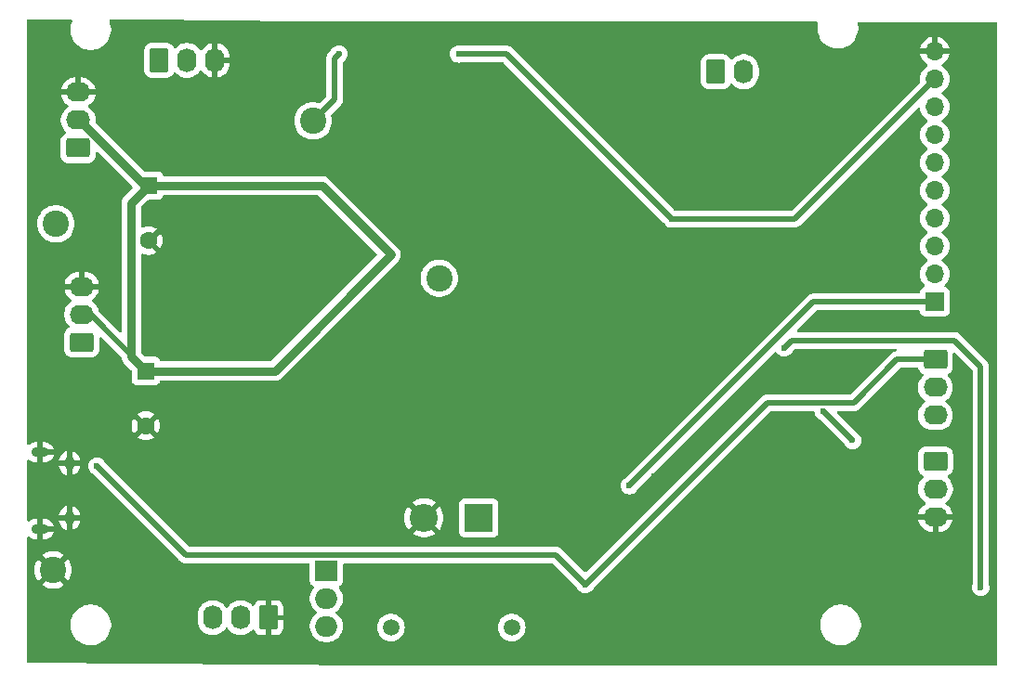
<source format=gbl>
G04 #@! TF.GenerationSoftware,KiCad,Pcbnew,8.0.8*
G04 #@! TF.CreationDate,2025-03-31T15:28:11-05:00*
G04 #@! TF.ProjectId,Group_29_Handheld,47726f75-705f-4323-995f-48616e646865,rev?*
G04 #@! TF.SameCoordinates,Original*
G04 #@! TF.FileFunction,Copper,L2,Bot*
G04 #@! TF.FilePolarity,Positive*
%FSLAX46Y46*%
G04 Gerber Fmt 4.6, Leading zero omitted, Abs format (unit mm)*
G04 Created by KiCad (PCBNEW 8.0.8) date 2025-03-31 15:28:11*
%MOMM*%
%LPD*%
G01*
G04 APERTURE LIST*
G04 Aperture macros list*
%AMRoundRect*
0 Rectangle with rounded corners*
0 $1 Rounding radius*
0 $2 $3 $4 $5 $6 $7 $8 $9 X,Y pos of 4 corners*
0 Add a 4 corners polygon primitive as box body*
4,1,4,$2,$3,$4,$5,$6,$7,$8,$9,$2,$3,0*
0 Add four circle primitives for the rounded corners*
1,1,$1+$1,$2,$3*
1,1,$1+$1,$4,$5*
1,1,$1+$1,$6,$7*
1,1,$1+$1,$8,$9*
0 Add four rect primitives between the rounded corners*
20,1,$1+$1,$2,$3,$4,$5,0*
20,1,$1+$1,$4,$5,$6,$7,0*
20,1,$1+$1,$6,$7,$8,$9,0*
20,1,$1+$1,$8,$9,$2,$3,0*%
G04 Aperture macros list end*
G04 #@! TA.AperFunction,ComponentPad*
%ADD10RoundRect,0.250000X-0.620000X-0.845000X0.620000X-0.845000X0.620000X0.845000X-0.620000X0.845000X0*%
G04 #@! TD*
G04 #@! TA.AperFunction,ComponentPad*
%ADD11O,1.740000X2.190000*%
G04 #@! TD*
G04 #@! TA.AperFunction,ComponentPad*
%ADD12C,2.400000*%
G04 #@! TD*
G04 #@! TA.AperFunction,ComponentPad*
%ADD13RoundRect,0.250000X0.845000X-0.620000X0.845000X0.620000X-0.845000X0.620000X-0.845000X-0.620000X0*%
G04 #@! TD*
G04 #@! TA.AperFunction,ComponentPad*
%ADD14O,2.190000X1.740000*%
G04 #@! TD*
G04 #@! TA.AperFunction,ComponentPad*
%ADD15RoundRect,0.250000X0.620000X0.845000X-0.620000X0.845000X-0.620000X-0.845000X0.620000X-0.845000X0*%
G04 #@! TD*
G04 #@! TA.AperFunction,ComponentPad*
%ADD16R,1.700000X1.700000*%
G04 #@! TD*
G04 #@! TA.AperFunction,ComponentPad*
%ADD17O,1.700000X1.700000*%
G04 #@! TD*
G04 #@! TA.AperFunction,ComponentPad*
%ADD18RoundRect,0.250000X-0.845000X0.620000X-0.845000X-0.620000X0.845000X-0.620000X0.845000X0.620000X0*%
G04 #@! TD*
G04 #@! TA.AperFunction,ComponentPad*
%ADD19R,2.000000X1.905000*%
G04 #@! TD*
G04 #@! TA.AperFunction,ComponentPad*
%ADD20O,2.000000X1.905000*%
G04 #@! TD*
G04 #@! TA.AperFunction,ComponentPad*
%ADD21C,2.550000*%
G04 #@! TD*
G04 #@! TA.AperFunction,ComponentPad*
%ADD22R,2.550000X2.550000*%
G04 #@! TD*
G04 #@! TA.AperFunction,ComponentPad*
%ADD23C,1.508000*%
G04 #@! TD*
G04 #@! TA.AperFunction,HeatsinkPad*
%ADD24O,1.550000X0.890000*%
G04 #@! TD*
G04 #@! TA.AperFunction,HeatsinkPad*
%ADD25O,0.950000X1.250000*%
G04 #@! TD*
G04 #@! TA.AperFunction,HeatsinkPad*
%ADD26C,0.600000*%
G04 #@! TD*
G04 #@! TA.AperFunction,ComponentPad*
%ADD27R,1.600000X1.600000*%
G04 #@! TD*
G04 #@! TA.AperFunction,ComponentPad*
%ADD28C,1.600000*%
G04 #@! TD*
G04 #@! TA.AperFunction,ViaPad*
%ADD29C,0.600000*%
G04 #@! TD*
G04 #@! TA.AperFunction,Conductor*
%ADD30C,0.508000*%
G04 #@! TD*
G04 #@! TA.AperFunction,Conductor*
%ADD31C,0.762000*%
G04 #@! TD*
G04 APERTURE END LIST*
D10*
X108267500Y-32956500D03*
D11*
X110807500Y-32956500D03*
X113347500Y-32956500D03*
D10*
X159000000Y-34000000D03*
D11*
X161540000Y-34000000D03*
D12*
X98869500Y-47879000D03*
X98615500Y-79438500D03*
D13*
X100901500Y-40957500D03*
D14*
X100901500Y-38417500D03*
X100901500Y-35877500D03*
D12*
X133794500Y-52832000D03*
X122301000Y-38481000D03*
D15*
X118237000Y-83800000D03*
D11*
X115697000Y-83800000D03*
X113157000Y-83800000D03*
D16*
X178943000Y-54991000D03*
D17*
X178943000Y-52451000D03*
X178943000Y-49911000D03*
X178943000Y-47371000D03*
X178943000Y-44831000D03*
X178943000Y-42291000D03*
X178943000Y-39751000D03*
X178943000Y-37211000D03*
X178943000Y-34671000D03*
X178943000Y-32131000D03*
D13*
X101219000Y-58674000D03*
D14*
X101219000Y-56134000D03*
X101219000Y-53594000D03*
D18*
X179000000Y-60250000D03*
D14*
X179000000Y-62790000D03*
X179000000Y-65330000D03*
D19*
X123507500Y-79502000D03*
D20*
X123507500Y-82042000D03*
X123507500Y-84582000D03*
D21*
X132400000Y-74694250D03*
D22*
X137400000Y-74694250D03*
D23*
X129400000Y-84694250D03*
X140400000Y-84694250D03*
D18*
X179006500Y-69532500D03*
D14*
X179006500Y-72072500D03*
X179006500Y-74612500D03*
D24*
X97409000Y-68715500D03*
D25*
X100109000Y-69715500D03*
X100109000Y-74715500D03*
D24*
X97409000Y-75715500D03*
D26*
X138614500Y-37905000D03*
X138614500Y-39305000D03*
X139314500Y-37205000D03*
X139314500Y-38605000D03*
X139314500Y-40005000D03*
X140014500Y-37905000D03*
X140014500Y-39305000D03*
X140714500Y-37205000D03*
X140714500Y-38605000D03*
X140714500Y-40005000D03*
X141414500Y-37905000D03*
X141414500Y-39305000D03*
D27*
X107061000Y-61287849D03*
D28*
X107061000Y-66287849D03*
D27*
X107315000Y-44396849D03*
D28*
X107315000Y-49396849D03*
D29*
X165227000Y-59182000D03*
X124650500Y-32385000D03*
X155003500Y-47434500D03*
X183134000Y-81026000D03*
X135572500Y-32385000D03*
X151130000Y-71755000D03*
X129413000Y-50673000D03*
X161036000Y-49022000D03*
X97750000Y-33000000D03*
X165608000Y-65786000D03*
X118750000Y-42750000D03*
X173250000Y-52250000D03*
X153250000Y-34500000D03*
X167500000Y-80000000D03*
X117250000Y-71500000D03*
X153416000Y-70866000D03*
X117250000Y-38500000D03*
X165750000Y-34750000D03*
X146750000Y-32750000D03*
X117250000Y-65000000D03*
X121250000Y-83750000D03*
X163449000Y-61976000D03*
X172500000Y-61250000D03*
X129750000Y-41750000D03*
X112250000Y-51000000D03*
X120250000Y-84750000D03*
X130500000Y-72000000D03*
X118000000Y-53500000D03*
X114000000Y-69750000D03*
X139250000Y-71250000D03*
X168750000Y-60750000D03*
X162814000Y-56261000D03*
X137750000Y-44500000D03*
X102616000Y-69977000D03*
X147106000Y-80772000D03*
X171450000Y-67627500D03*
X168783000Y-64960500D03*
D30*
X165909000Y-58500000D02*
X180750000Y-58500000D01*
X124269500Y-32766000D02*
X124269500Y-36512500D01*
X165227000Y-59182000D02*
X165909000Y-58500000D01*
X180750000Y-58500000D02*
X183134000Y-60884000D01*
X183134000Y-60884000D02*
X183134000Y-81026000D01*
X166179500Y-47434500D02*
X178943000Y-34671000D01*
X124650500Y-32385000D02*
X124269500Y-32766000D01*
X155003500Y-47434500D02*
X139954000Y-32385000D01*
X155003500Y-47434500D02*
X166179500Y-47434500D01*
X124269500Y-36512500D02*
X122301000Y-38481000D01*
X139954000Y-32385000D02*
X135572500Y-32385000D01*
X102057500Y-56197500D02*
X100520500Y-56197500D01*
D31*
X129413000Y-50673000D02*
X123136849Y-44396849D01*
D30*
X178943000Y-54991000D02*
X167894000Y-54991000D01*
X167894000Y-54991000D02*
X151130000Y-71755000D01*
D31*
X101008638Y-38417500D02*
X100901500Y-38417500D01*
X107315000Y-44396849D02*
X106987987Y-44396849D01*
X107061000Y-61287849D02*
X105750000Y-59976849D01*
D30*
X107061000Y-61201000D02*
X102057500Y-56197500D01*
D31*
X123136849Y-44396849D02*
X107315000Y-44396849D01*
X105750000Y-59976849D02*
X105750000Y-45961849D01*
X118798151Y-61287849D02*
X107061000Y-61287849D01*
X106987987Y-44396849D02*
X101008638Y-38417500D01*
X129413000Y-50673000D02*
X118798151Y-61287849D01*
X105750000Y-45961849D02*
X107315000Y-44396849D01*
D30*
X107061000Y-61287849D02*
X107061000Y-61201000D01*
X147106000Y-80772000D02*
X144429500Y-78095500D01*
X163671500Y-64206500D02*
X171543500Y-64206500D01*
X175500000Y-60250000D02*
X179000000Y-60250000D01*
X147106000Y-80772000D02*
X163671500Y-64206500D01*
X171543500Y-64206500D02*
X175500000Y-60250000D01*
X144429500Y-78095500D02*
X110734500Y-78095500D01*
X110734500Y-78095500D02*
X102616000Y-69977000D01*
X168783000Y-64960500D02*
X171450000Y-67627500D01*
G04 #@! TA.AperFunction,Conductor*
G36*
X122787396Y-45298034D02*
G01*
X122808038Y-45314668D01*
X128078689Y-50585319D01*
X128112174Y-50646642D01*
X128107190Y-50716334D01*
X128078689Y-50760681D01*
X118469340Y-60370030D01*
X118408017Y-60403515D01*
X118381659Y-60406349D01*
X108450878Y-60406349D01*
X108383839Y-60386664D01*
X108338084Y-60333860D01*
X108334696Y-60325682D01*
X108304797Y-60245520D01*
X108304793Y-60245513D01*
X108218547Y-60130304D01*
X108218544Y-60130301D01*
X108103335Y-60044055D01*
X108103328Y-60044051D01*
X107968482Y-59993757D01*
X107968483Y-59993757D01*
X107908883Y-59987350D01*
X107908881Y-59987349D01*
X107908873Y-59987349D01*
X107908865Y-59987349D01*
X107058492Y-59987349D01*
X106991453Y-59967664D01*
X106970811Y-59951030D01*
X106667819Y-59648038D01*
X106634334Y-59586715D01*
X106631500Y-59560357D01*
X106631500Y-50707160D01*
X106651185Y-50640121D01*
X106703989Y-50594366D01*
X106773147Y-50584422D01*
X106807905Y-50594778D01*
X106868673Y-50623115D01*
X106868682Y-50623118D01*
X107088389Y-50681988D01*
X107088400Y-50681990D01*
X107314998Y-50701815D01*
X107315002Y-50701815D01*
X107541599Y-50681990D01*
X107541610Y-50681988D01*
X107761317Y-50623118D01*
X107761331Y-50623113D01*
X107967478Y-50526985D01*
X108040471Y-50475873D01*
X107361447Y-49796849D01*
X107367661Y-49796849D01*
X107469394Y-49769590D01*
X107560606Y-49716929D01*
X107635080Y-49642455D01*
X107687741Y-49551243D01*
X107715000Y-49449510D01*
X107715000Y-49443296D01*
X108394024Y-50122320D01*
X108445136Y-50049327D01*
X108541264Y-49843180D01*
X108541269Y-49843166D01*
X108600139Y-49623459D01*
X108600141Y-49623448D01*
X108619966Y-49396851D01*
X108619966Y-49396846D01*
X108600141Y-49170249D01*
X108600139Y-49170238D01*
X108541269Y-48950531D01*
X108541264Y-48950517D01*
X108445136Y-48744370D01*
X108445132Y-48744362D01*
X108394025Y-48671375D01*
X107715000Y-49350400D01*
X107715000Y-49344188D01*
X107687741Y-49242455D01*
X107635080Y-49151243D01*
X107560606Y-49076769D01*
X107469394Y-49024108D01*
X107367661Y-48996849D01*
X107361446Y-48996849D01*
X108040472Y-48317823D01*
X107967478Y-48266712D01*
X107761331Y-48170584D01*
X107761317Y-48170579D01*
X107541610Y-48111709D01*
X107541599Y-48111707D01*
X107315002Y-48091883D01*
X107314998Y-48091883D01*
X107088400Y-48111707D01*
X107088389Y-48111709D01*
X106868682Y-48170579D01*
X106868677Y-48170581D01*
X106807904Y-48198920D01*
X106738826Y-48209411D01*
X106675042Y-48180891D01*
X106636803Y-48122414D01*
X106631500Y-48086537D01*
X106631500Y-46378339D01*
X106651185Y-46311300D01*
X106667815Y-46290662D01*
X107224810Y-45733666D01*
X107286133Y-45700182D01*
X107312491Y-45697348D01*
X108162871Y-45697348D01*
X108162872Y-45697348D01*
X108222483Y-45690940D01*
X108357331Y-45640645D01*
X108472546Y-45554395D01*
X108558796Y-45439180D01*
X108588695Y-45359017D01*
X108630565Y-45303083D01*
X108696030Y-45278665D01*
X108704877Y-45278349D01*
X122720357Y-45278349D01*
X122787396Y-45298034D01*
G37*
G04 #@! TD.AperFunction*
G04 #@! TA.AperFunction,Conductor*
G36*
X100245172Y-29223832D02*
G01*
X100312142Y-29243734D01*
X100357725Y-29296686D01*
X100367443Y-29365877D01*
X100359324Y-29395282D01*
X100288448Y-29566392D01*
X100225661Y-29800714D01*
X100194000Y-30041211D01*
X100194000Y-30283788D01*
X100225661Y-30524285D01*
X100288447Y-30758604D01*
X100370791Y-30957399D01*
X100381276Y-30982712D01*
X100502564Y-31192789D01*
X100502566Y-31192792D01*
X100502567Y-31192793D01*
X100650233Y-31385236D01*
X100650239Y-31385243D01*
X100821756Y-31556760D01*
X100821763Y-31556766D01*
X100918507Y-31631000D01*
X101014211Y-31704436D01*
X101224288Y-31825724D01*
X101448400Y-31918554D01*
X101682711Y-31981338D01*
X101863086Y-32005084D01*
X101923211Y-32013000D01*
X101923212Y-32013000D01*
X102165789Y-32013000D01*
X102213888Y-32006667D01*
X102406289Y-31981338D01*
X102640600Y-31918554D01*
X102864712Y-31825724D01*
X103074789Y-31704436D01*
X103267238Y-31556765D01*
X103438765Y-31385238D01*
X103586436Y-31192789D01*
X103707724Y-30982712D01*
X103800554Y-30758600D01*
X103863338Y-30524289D01*
X103895000Y-30283788D01*
X103895000Y-30041212D01*
X103863338Y-29800711D01*
X103800554Y-29566400D01*
X103734539Y-29407027D01*
X103727071Y-29337559D01*
X103758346Y-29275079D01*
X103818435Y-29239427D01*
X103849496Y-29235576D01*
X117390906Y-29279700D01*
X117457879Y-29299603D01*
X117503462Y-29352555D01*
X117512105Y-29392605D01*
X117514500Y-29395000D01*
X152775802Y-29395000D01*
X152776207Y-29395001D01*
X168197684Y-29445250D01*
X168264657Y-29465153D01*
X168310240Y-29518105D01*
X168319958Y-29587296D01*
X168317053Y-29601341D01*
X168297664Y-29673704D01*
X168297660Y-29673721D01*
X168266000Y-29914211D01*
X168266000Y-30156788D01*
X168297661Y-30397285D01*
X168360447Y-30631604D01*
X168430350Y-30800364D01*
X168453276Y-30855712D01*
X168574564Y-31065789D01*
X168574566Y-31065792D01*
X168574567Y-31065793D01*
X168722233Y-31258236D01*
X168722239Y-31258243D01*
X168893756Y-31429760D01*
X168893762Y-31429765D01*
X169086211Y-31577436D01*
X169296288Y-31698724D01*
X169520400Y-31791554D01*
X169754711Y-31854338D01*
X169935086Y-31878084D01*
X169995211Y-31886000D01*
X169995212Y-31886000D01*
X170237789Y-31886000D01*
X170285888Y-31879667D01*
X170478289Y-31854338D01*
X170712600Y-31791554D01*
X170936712Y-31698724D01*
X171146789Y-31577436D01*
X171339238Y-31429765D01*
X171510765Y-31258238D01*
X171658436Y-31065789D01*
X171779724Y-30855712D01*
X171872554Y-30631600D01*
X171935338Y-30397289D01*
X171967000Y-30156788D01*
X171967000Y-29914212D01*
X171935338Y-29673711D01*
X171919300Y-29613857D01*
X171920963Y-29544012D01*
X171960125Y-29486149D01*
X172024353Y-29458644D01*
X172039463Y-29457768D01*
X184524407Y-29498450D01*
X184591379Y-29518352D01*
X184636962Y-29571304D01*
X184648000Y-29622448D01*
X184648000Y-88075500D01*
X184628315Y-88142539D01*
X184575511Y-88188294D01*
X184524000Y-88199500D01*
X128143468Y-88199500D01*
X128142492Y-88199496D01*
X96372024Y-87949334D01*
X96305141Y-87929122D01*
X96259804Y-87875960D01*
X96249000Y-87825338D01*
X96249000Y-84333711D01*
X100194000Y-84333711D01*
X100194000Y-84576288D01*
X100225661Y-84816785D01*
X100288447Y-85051104D01*
X100381273Y-85275205D01*
X100381277Y-85275214D01*
X100392754Y-85295092D01*
X100502564Y-85485289D01*
X100502566Y-85485292D01*
X100502567Y-85485293D01*
X100650233Y-85677736D01*
X100650239Y-85677743D01*
X100821756Y-85849260D01*
X100821762Y-85849265D01*
X101014211Y-85996936D01*
X101224288Y-86118224D01*
X101448400Y-86211054D01*
X101682711Y-86273838D01*
X101863086Y-86297584D01*
X101923211Y-86305500D01*
X101923212Y-86305500D01*
X102165789Y-86305500D01*
X102213888Y-86299167D01*
X102406289Y-86273838D01*
X102640600Y-86211054D01*
X102864712Y-86118224D01*
X103074789Y-85996936D01*
X103267238Y-85849265D01*
X103438765Y-85677738D01*
X103586436Y-85485289D01*
X103707724Y-85275212D01*
X103800554Y-85051100D01*
X103863338Y-84816789D01*
X103895000Y-84576288D01*
X103895000Y-84333712D01*
X103863338Y-84093211D01*
X103800554Y-83858900D01*
X103707724Y-83634788D01*
X103610928Y-83467133D01*
X111786500Y-83467133D01*
X111786500Y-84132866D01*
X111820245Y-84345922D01*
X111820246Y-84345926D01*
X111886908Y-84551089D01*
X111984843Y-84743299D01*
X112111641Y-84917821D01*
X112264179Y-85070359D01*
X112438701Y-85197157D01*
X112630911Y-85295092D01*
X112836074Y-85361754D01*
X112915973Y-85374408D01*
X113049134Y-85395500D01*
X113049139Y-85395500D01*
X113264866Y-85395500D01*
X113383230Y-85376752D01*
X113477926Y-85361754D01*
X113683089Y-85295092D01*
X113875299Y-85197157D01*
X114049821Y-85070359D01*
X114202359Y-84917821D01*
X114326682Y-84746704D01*
X114382012Y-84704040D01*
X114451626Y-84698061D01*
X114513420Y-84730667D01*
X114527315Y-84746702D01*
X114651641Y-84917821D01*
X114804179Y-85070359D01*
X114978701Y-85197157D01*
X115170911Y-85295092D01*
X115376074Y-85361754D01*
X115455973Y-85374408D01*
X115589134Y-85395500D01*
X115589139Y-85395500D01*
X115804866Y-85395500D01*
X115923230Y-85376752D01*
X116017926Y-85361754D01*
X116223089Y-85295092D01*
X116415299Y-85197157D01*
X116589821Y-85070359D01*
X116732186Y-84927993D01*
X116793505Y-84894511D01*
X116863197Y-84899495D01*
X116919131Y-84941366D01*
X116932248Y-84963277D01*
X116932640Y-84964118D01*
X117024684Y-85113345D01*
X117148654Y-85237315D01*
X117297875Y-85329356D01*
X117297880Y-85329358D01*
X117464302Y-85384505D01*
X117464309Y-85384506D01*
X117567019Y-85394999D01*
X117986999Y-85394999D01*
X117987000Y-85394998D01*
X117987000Y-84342709D01*
X118007339Y-84354452D01*
X118158667Y-84395000D01*
X118315333Y-84395000D01*
X118466661Y-84354452D01*
X118487000Y-84342709D01*
X118487000Y-85394999D01*
X118906972Y-85394999D01*
X118906986Y-85394998D01*
X119009697Y-85384505D01*
X119176119Y-85329358D01*
X119176124Y-85329356D01*
X119325345Y-85237315D01*
X119449315Y-85113345D01*
X119541356Y-84964124D01*
X119541358Y-84964119D01*
X119596505Y-84797697D01*
X119596506Y-84797690D01*
X119606999Y-84694986D01*
X119607000Y-84694973D01*
X119607000Y-84050000D01*
X118779709Y-84050000D01*
X118791452Y-84029661D01*
X118832000Y-83878333D01*
X118832000Y-83721667D01*
X118791452Y-83570339D01*
X118779709Y-83550000D01*
X119606999Y-83550000D01*
X119606999Y-82905028D01*
X119606998Y-82905013D01*
X119596505Y-82802302D01*
X119541358Y-82635880D01*
X119541356Y-82635875D01*
X119449315Y-82486654D01*
X119325345Y-82362684D01*
X119176124Y-82270643D01*
X119176119Y-82270641D01*
X119009697Y-82215494D01*
X119009690Y-82215493D01*
X118906986Y-82205000D01*
X118487000Y-82205000D01*
X118487000Y-83257290D01*
X118466661Y-83245548D01*
X118315333Y-83205000D01*
X118158667Y-83205000D01*
X118007339Y-83245548D01*
X117987000Y-83257290D01*
X117987000Y-82205000D01*
X117567028Y-82205000D01*
X117567012Y-82205001D01*
X117464302Y-82215494D01*
X117297880Y-82270641D01*
X117297875Y-82270643D01*
X117148654Y-82362684D01*
X117024684Y-82486654D01*
X116932637Y-82635885D01*
X116932245Y-82636728D01*
X116931821Y-82637208D01*
X116928851Y-82642025D01*
X116928027Y-82641517D01*
X116886072Y-82689167D01*
X116818879Y-82708318D01*
X116751998Y-82688101D01*
X116732183Y-82672003D01*
X116589823Y-82529643D01*
X116589821Y-82529641D01*
X116415299Y-82402843D01*
X116223089Y-82304908D01*
X116017926Y-82238246D01*
X116017924Y-82238245D01*
X116017922Y-82238245D01*
X115804866Y-82204500D01*
X115804861Y-82204500D01*
X115589139Y-82204500D01*
X115589134Y-82204500D01*
X115376077Y-82238245D01*
X115170908Y-82304909D01*
X114978700Y-82402843D01*
X114879129Y-82475186D01*
X114804179Y-82529641D01*
X114804177Y-82529643D01*
X114804176Y-82529643D01*
X114651643Y-82682176D01*
X114651643Y-82682177D01*
X114651641Y-82682179D01*
X114632650Y-82708318D01*
X114527318Y-82853294D01*
X114471988Y-82895959D01*
X114402374Y-82901938D01*
X114340579Y-82869332D01*
X114326682Y-82853294D01*
X114290532Y-82803538D01*
X114202359Y-82682179D01*
X114049821Y-82529641D01*
X113875299Y-82402843D01*
X113683089Y-82304908D01*
X113477926Y-82238246D01*
X113477924Y-82238245D01*
X113477922Y-82238245D01*
X113264866Y-82204500D01*
X113264861Y-82204500D01*
X113049139Y-82204500D01*
X113049134Y-82204500D01*
X112836077Y-82238245D01*
X112630908Y-82304909D01*
X112438700Y-82402843D01*
X112339129Y-82475186D01*
X112264179Y-82529641D01*
X112264177Y-82529643D01*
X112264176Y-82529643D01*
X112111643Y-82682176D01*
X112111643Y-82682177D01*
X112111641Y-82682179D01*
X112092650Y-82708318D01*
X111984843Y-82856700D01*
X111886909Y-83048908D01*
X111820245Y-83254077D01*
X111786500Y-83467133D01*
X103610928Y-83467133D01*
X103586436Y-83424711D01*
X103438765Y-83232262D01*
X103438760Y-83232256D01*
X103267243Y-83060739D01*
X103267236Y-83060733D01*
X103074793Y-82913067D01*
X103074792Y-82913066D01*
X103074789Y-82913064D01*
X102903161Y-82813974D01*
X102864714Y-82791777D01*
X102864705Y-82791773D01*
X102640604Y-82698947D01*
X102426274Y-82641517D01*
X102406289Y-82636162D01*
X102406288Y-82636161D01*
X102406285Y-82636161D01*
X102165789Y-82604500D01*
X102165788Y-82604500D01*
X101923212Y-82604500D01*
X101923211Y-82604500D01*
X101682714Y-82636161D01*
X101448395Y-82698947D01*
X101224294Y-82791773D01*
X101224285Y-82791777D01*
X101014206Y-82913067D01*
X100821763Y-83060733D01*
X100821756Y-83060739D01*
X100650239Y-83232256D01*
X100650233Y-83232263D01*
X100502567Y-83424706D01*
X100381277Y-83634785D01*
X100381273Y-83634794D01*
X100288447Y-83858895D01*
X100225661Y-84093214D01*
X100194000Y-84333711D01*
X96249000Y-84333711D01*
X96249000Y-79438495D01*
X96910733Y-79438495D01*
X96910733Y-79438504D01*
X96929773Y-79692579D01*
X96986468Y-79940977D01*
X96986473Y-79940994D01*
X97079558Y-80178171D01*
X97079557Y-80178171D01*
X97206957Y-80398832D01*
X97248952Y-80451493D01*
X97899652Y-79800792D01*
X97906549Y-79817442D01*
X97994099Y-79948470D01*
X98105530Y-80059901D01*
X98236558Y-80147451D01*
X98253205Y-80154346D01*
X97602313Y-80805237D01*
X97763123Y-80914875D01*
X97763124Y-80914876D01*
X97992676Y-81025421D01*
X97992674Y-81025421D01*
X98236152Y-81100524D01*
X98236158Y-81100526D01*
X98488095Y-81138499D01*
X98488104Y-81138500D01*
X98742896Y-81138500D01*
X98742904Y-81138499D01*
X98994841Y-81100526D01*
X98994847Y-81100524D01*
X99238324Y-81025421D01*
X99467881Y-80914873D01*
X99628685Y-80805237D01*
X98977794Y-80154346D01*
X98994442Y-80147451D01*
X99125470Y-80059901D01*
X99236901Y-79948470D01*
X99324451Y-79817442D01*
X99331346Y-79800794D01*
X99982045Y-80451493D01*
X100024045Y-80398827D01*
X100151441Y-80178171D01*
X100244526Y-79940994D01*
X100244531Y-79940977D01*
X100301226Y-79692579D01*
X100320267Y-79438504D01*
X100320267Y-79438495D01*
X100301226Y-79184420D01*
X100244531Y-78936022D01*
X100244526Y-78936005D01*
X100151441Y-78698828D01*
X100151442Y-78698828D01*
X100024044Y-78478171D01*
X99982046Y-78425506D01*
X99331346Y-79076205D01*
X99324451Y-79059558D01*
X99236901Y-78928530D01*
X99125470Y-78817099D01*
X98994442Y-78729549D01*
X98977792Y-78722652D01*
X99628685Y-78071761D01*
X99467877Y-77962124D01*
X99467876Y-77962123D01*
X99238323Y-77851578D01*
X99238325Y-77851578D01*
X98994847Y-77776475D01*
X98994841Y-77776473D01*
X98742904Y-77738500D01*
X98488095Y-77738500D01*
X98236158Y-77776473D01*
X98236152Y-77776475D01*
X97992675Y-77851578D01*
X97763124Y-77962123D01*
X97763116Y-77962128D01*
X97602313Y-78071761D01*
X98253205Y-78722653D01*
X98236558Y-78729549D01*
X98105530Y-78817099D01*
X97994099Y-78928530D01*
X97906549Y-79059558D01*
X97899653Y-79076206D01*
X97248953Y-78425506D01*
X97206955Y-78478170D01*
X97079558Y-78698828D01*
X96986473Y-78936005D01*
X96986468Y-78936022D01*
X96929773Y-79184420D01*
X96910733Y-79438495D01*
X96249000Y-79438495D01*
X96249000Y-76521294D01*
X96268685Y-76454255D01*
X96321489Y-76408500D01*
X96390647Y-76398556D01*
X96454203Y-76427581D01*
X96460681Y-76433613D01*
X96476594Y-76449526D01*
X96476598Y-76449529D01*
X96631368Y-76552944D01*
X96631377Y-76552949D01*
X96803353Y-76624183D01*
X96803361Y-76624185D01*
X96985921Y-76660499D01*
X96985924Y-76660500D01*
X97159000Y-76660500D01*
X97159000Y-75965500D01*
X97659000Y-75965500D01*
X97659000Y-76660500D01*
X97832076Y-76660500D01*
X97832078Y-76660499D01*
X98014638Y-76624185D01*
X98014646Y-76624183D01*
X98186622Y-76552949D01*
X98186631Y-76552944D01*
X98341401Y-76449529D01*
X98341405Y-76449526D01*
X98473026Y-76317905D01*
X98473029Y-76317901D01*
X98576444Y-76163131D01*
X98576451Y-76163118D01*
X98647682Y-75991149D01*
X98647683Y-75991144D01*
X98652784Y-75965500D01*
X97783728Y-75965500D01*
X97875614Y-75927440D01*
X97945940Y-75857114D01*
X97984000Y-75765228D01*
X97984000Y-75665772D01*
X97945940Y-75573886D01*
X97875614Y-75503560D01*
X97783728Y-75465500D01*
X98652784Y-75465500D01*
X98647683Y-75439855D01*
X98647682Y-75439850D01*
X98576451Y-75267881D01*
X98576444Y-75267868D01*
X98473029Y-75113098D01*
X98473026Y-75113094D01*
X98341405Y-74981473D01*
X98341401Y-74981470D01*
X98186631Y-74878055D01*
X98186622Y-74878050D01*
X98014646Y-74806816D01*
X98014638Y-74806814D01*
X97832077Y-74770500D01*
X97659000Y-74770500D01*
X97659000Y-75465500D01*
X97159000Y-75465500D01*
X97159000Y-74770500D01*
X96985923Y-74770500D01*
X96803361Y-74806814D01*
X96803353Y-74806816D01*
X96631377Y-74878050D01*
X96631368Y-74878055D01*
X96476598Y-74981470D01*
X96476594Y-74981473D01*
X96460681Y-74997387D01*
X96399358Y-75030872D01*
X96329666Y-75025888D01*
X96273733Y-74984016D01*
X96249316Y-74918552D01*
X96249000Y-74909706D01*
X96249000Y-74465499D01*
X99134789Y-74465499D01*
X99134790Y-74465500D01*
X99852763Y-74465500D01*
X99834000Y-74510799D01*
X99834000Y-74920201D01*
X99852763Y-74965500D01*
X99134789Y-74965500D01*
X99171466Y-75149889D01*
X99171468Y-75149897D01*
X99244964Y-75327333D01*
X99244969Y-75327342D01*
X99351667Y-75487026D01*
X99351670Y-75487030D01*
X99487469Y-75622829D01*
X99487473Y-75622832D01*
X99647157Y-75729530D01*
X99647167Y-75729535D01*
X99824599Y-75803030D01*
X99824606Y-75803033D01*
X99859000Y-75809873D01*
X99859000Y-74980556D01*
X99875866Y-75021275D01*
X99953225Y-75098634D01*
X100054299Y-75140500D01*
X100163701Y-75140500D01*
X100264775Y-75098634D01*
X100342134Y-75021275D01*
X100359000Y-74980556D01*
X100359000Y-75809872D01*
X100393393Y-75803033D01*
X100393400Y-75803030D01*
X100570832Y-75729535D01*
X100570842Y-75729530D01*
X100730526Y-75622832D01*
X100730530Y-75622829D01*
X100866329Y-75487030D01*
X100866332Y-75487026D01*
X100973030Y-75327342D01*
X100973035Y-75327333D01*
X101046531Y-75149897D01*
X101046533Y-75149889D01*
X101083210Y-74965500D01*
X100365237Y-74965500D01*
X100384000Y-74920201D01*
X100384000Y-74510799D01*
X100365237Y-74465500D01*
X101083210Y-74465500D01*
X101083210Y-74465499D01*
X101046533Y-74281110D01*
X101046531Y-74281102D01*
X100973035Y-74103666D01*
X100973030Y-74103657D01*
X100866332Y-73943973D01*
X100866329Y-73943969D01*
X100730530Y-73808170D01*
X100730526Y-73808167D01*
X100570842Y-73701469D01*
X100570833Y-73701464D01*
X100393397Y-73627968D01*
X100393389Y-73627966D01*
X100359000Y-73621125D01*
X100359000Y-74450443D01*
X100342134Y-74409725D01*
X100264775Y-74332366D01*
X100163701Y-74290500D01*
X100054299Y-74290500D01*
X99953225Y-74332366D01*
X99875866Y-74409725D01*
X99859000Y-74450443D01*
X99859000Y-73621125D01*
X99824610Y-73627966D01*
X99824602Y-73627968D01*
X99647166Y-73701464D01*
X99647157Y-73701469D01*
X99487473Y-73808167D01*
X99487469Y-73808170D01*
X99351670Y-73943969D01*
X99351667Y-73943973D01*
X99244969Y-74103657D01*
X99244964Y-74103666D01*
X99171468Y-74281102D01*
X99171466Y-74281110D01*
X99134789Y-74465499D01*
X96249000Y-74465499D01*
X96249000Y-69521294D01*
X96268685Y-69454255D01*
X96321489Y-69408500D01*
X96390647Y-69398556D01*
X96454203Y-69427581D01*
X96460681Y-69433613D01*
X96476594Y-69449526D01*
X96476598Y-69449529D01*
X96631368Y-69552944D01*
X96631377Y-69552949D01*
X96803353Y-69624183D01*
X96803361Y-69624185D01*
X96985921Y-69660499D01*
X96985924Y-69660500D01*
X97159000Y-69660500D01*
X97159000Y-68965500D01*
X97659000Y-68965500D01*
X97659000Y-69660500D01*
X97832076Y-69660500D01*
X97832078Y-69660499D01*
X98014638Y-69624185D01*
X98014646Y-69624183D01*
X98186622Y-69552949D01*
X98186631Y-69552944D01*
X98317500Y-69465499D01*
X99134789Y-69465499D01*
X99134790Y-69465500D01*
X99852763Y-69465500D01*
X99834000Y-69510799D01*
X99834000Y-69920201D01*
X99852763Y-69965500D01*
X99134789Y-69965500D01*
X99171466Y-70149889D01*
X99171468Y-70149897D01*
X99244964Y-70327333D01*
X99244969Y-70327342D01*
X99351667Y-70487026D01*
X99351670Y-70487030D01*
X99487469Y-70622829D01*
X99487473Y-70622832D01*
X99647157Y-70729530D01*
X99647167Y-70729535D01*
X99824599Y-70803030D01*
X99824606Y-70803033D01*
X99859000Y-70809873D01*
X99859000Y-69980556D01*
X99875866Y-70021275D01*
X99953225Y-70098634D01*
X100054299Y-70140500D01*
X100163701Y-70140500D01*
X100264775Y-70098634D01*
X100342134Y-70021275D01*
X100359000Y-69980556D01*
X100359000Y-70809872D01*
X100393393Y-70803033D01*
X100393400Y-70803030D01*
X100570832Y-70729535D01*
X100570842Y-70729530D01*
X100730526Y-70622832D01*
X100730530Y-70622829D01*
X100866329Y-70487030D01*
X100866332Y-70487026D01*
X100973030Y-70327342D01*
X100973035Y-70327333D01*
X101046531Y-70149897D01*
X101046533Y-70149889D01*
X101080923Y-69976996D01*
X101810435Y-69976996D01*
X101810435Y-69977003D01*
X101830630Y-70156249D01*
X101830631Y-70156254D01*
X101890211Y-70326523D01*
X101890726Y-70327342D01*
X101986184Y-70479262D01*
X102113738Y-70606816D01*
X102202320Y-70662476D01*
X102272374Y-70706494D01*
X102271868Y-70707298D01*
X102297360Y-70725385D01*
X110144100Y-78572124D01*
X110144121Y-78572147D01*
X110253529Y-78681555D01*
X110253532Y-78681557D01*
X110253534Y-78681559D01*
X110336105Y-78736730D01*
X110377111Y-78764130D01*
X110457543Y-78797445D01*
X110457544Y-78797446D01*
X110481103Y-78807204D01*
X110514420Y-78821005D01*
X110514429Y-78821006D01*
X110514430Y-78821007D01*
X110538603Y-78825815D01*
X110538610Y-78825816D01*
X110660186Y-78850001D01*
X110660188Y-78850001D01*
X110814926Y-78850001D01*
X110814946Y-78850000D01*
X121883000Y-78850000D01*
X121950039Y-78869685D01*
X121995794Y-78922489D01*
X122007000Y-78974000D01*
X122007000Y-80502370D01*
X122007001Y-80502376D01*
X122013408Y-80561983D01*
X122063702Y-80696828D01*
X122063706Y-80696835D01*
X122149952Y-80812044D01*
X122149955Y-80812047D01*
X122265164Y-80898293D01*
X122265169Y-80898296D01*
X122293039Y-80908690D01*
X122348973Y-80950561D01*
X122373391Y-81016024D01*
X122358540Y-81084298D01*
X122350026Y-81097756D01*
X122336677Y-81116131D01*
X122217283Y-81280461D01*
X122113450Y-81484244D01*
X122042778Y-81701750D01*
X122042778Y-81701753D01*
X122007000Y-81927646D01*
X122007000Y-82156353D01*
X122042778Y-82382246D01*
X122042778Y-82382249D01*
X122113450Y-82599755D01*
X122158465Y-82688101D01*
X122217283Y-82803538D01*
X122351714Y-82988566D01*
X122513434Y-83150286D01*
X122582923Y-83200773D01*
X122597938Y-83211682D01*
X122640603Y-83267013D01*
X122646582Y-83336626D01*
X122613976Y-83398421D01*
X122597938Y-83412318D01*
X122513432Y-83473715D01*
X122351716Y-83635431D01*
X122351716Y-83635432D01*
X122351714Y-83635434D01*
X122293980Y-83714896D01*
X122217283Y-83820461D01*
X122113450Y-84024244D01*
X122042778Y-84241750D01*
X122042778Y-84241753D01*
X122042778Y-84241755D01*
X122007000Y-84467646D01*
X122007000Y-84696354D01*
X122014975Y-84746705D01*
X122042778Y-84922246D01*
X122042778Y-84922249D01*
X122113450Y-85139755D01*
X122207273Y-85323892D01*
X122217283Y-85343538D01*
X122351714Y-85528566D01*
X122513434Y-85690286D01*
X122698462Y-85824717D01*
X122802245Y-85877597D01*
X122902244Y-85928549D01*
X123119751Y-85999221D01*
X123119752Y-85999221D01*
X123119755Y-85999222D01*
X123345646Y-86035000D01*
X123345647Y-86035000D01*
X123669353Y-86035000D01*
X123669354Y-86035000D01*
X123895245Y-85999222D01*
X123895248Y-85999221D01*
X123895249Y-85999221D01*
X124112755Y-85928549D01*
X124112755Y-85928548D01*
X124112758Y-85928548D01*
X124316538Y-85824717D01*
X124501566Y-85690286D01*
X124663286Y-85528566D01*
X124797717Y-85343538D01*
X124901548Y-85139758D01*
X124958615Y-84964124D01*
X124972221Y-84922249D01*
X124972221Y-84922248D01*
X124972222Y-84922245D01*
X125008000Y-84696354D01*
X125008000Y-84694247D01*
X128140708Y-84694247D01*
X128140708Y-84694252D01*
X128159838Y-84912918D01*
X128159839Y-84912925D01*
X128167460Y-84941366D01*
X128216653Y-85124953D01*
X128216654Y-85124956D01*
X128216655Y-85124958D01*
X128309419Y-85323892D01*
X128309423Y-85323900D01*
X128435322Y-85503702D01*
X128435327Y-85503708D01*
X128590541Y-85658922D01*
X128590547Y-85658927D01*
X128770349Y-85784826D01*
X128770351Y-85784827D01*
X128770354Y-85784829D01*
X128969297Y-85877597D01*
X129181326Y-85934411D01*
X129337521Y-85948076D01*
X129399998Y-85953542D01*
X129400000Y-85953542D01*
X129400002Y-85953542D01*
X129454668Y-85948759D01*
X129618674Y-85934411D01*
X129830703Y-85877597D01*
X130029646Y-85784829D01*
X130209457Y-85658924D01*
X130364674Y-85503707D01*
X130490579Y-85323896D01*
X130583347Y-85124953D01*
X130640161Y-84912924D01*
X130659292Y-84694250D01*
X130659292Y-84694247D01*
X139140708Y-84694247D01*
X139140708Y-84694252D01*
X139159838Y-84912918D01*
X139159839Y-84912925D01*
X139167460Y-84941366D01*
X139216653Y-85124953D01*
X139216654Y-85124956D01*
X139216655Y-85124958D01*
X139309419Y-85323892D01*
X139309423Y-85323900D01*
X139435322Y-85503702D01*
X139435327Y-85503708D01*
X139590541Y-85658922D01*
X139590547Y-85658927D01*
X139770349Y-85784826D01*
X139770351Y-85784827D01*
X139770354Y-85784829D01*
X139969297Y-85877597D01*
X140181326Y-85934411D01*
X140337521Y-85948076D01*
X140399998Y-85953542D01*
X140400000Y-85953542D01*
X140400002Y-85953542D01*
X140454668Y-85948759D01*
X140618674Y-85934411D01*
X140830703Y-85877597D01*
X141029646Y-85784829D01*
X141209457Y-85658924D01*
X141364674Y-85503707D01*
X141490579Y-85323896D01*
X141583347Y-85124953D01*
X141640161Y-84912924D01*
X141659292Y-84694250D01*
X141640161Y-84475576D01*
X141602148Y-84333711D01*
X168520000Y-84333711D01*
X168520000Y-84576288D01*
X168551661Y-84816785D01*
X168614447Y-85051104D01*
X168707273Y-85275205D01*
X168707277Y-85275214D01*
X168718754Y-85295092D01*
X168828564Y-85485289D01*
X168828566Y-85485292D01*
X168828567Y-85485293D01*
X168976233Y-85677736D01*
X168976239Y-85677743D01*
X169147756Y-85849260D01*
X169147762Y-85849265D01*
X169340211Y-85996936D01*
X169550288Y-86118224D01*
X169774400Y-86211054D01*
X170008711Y-86273838D01*
X170189086Y-86297584D01*
X170249211Y-86305500D01*
X170249212Y-86305500D01*
X170491789Y-86305500D01*
X170539888Y-86299167D01*
X170732289Y-86273838D01*
X170966600Y-86211054D01*
X171190712Y-86118224D01*
X171400789Y-85996936D01*
X171593238Y-85849265D01*
X171764765Y-85677738D01*
X171912436Y-85485289D01*
X172033724Y-85275212D01*
X172126554Y-85051100D01*
X172189338Y-84816789D01*
X172221000Y-84576288D01*
X172221000Y-84333712D01*
X172189338Y-84093211D01*
X172126554Y-83858900D01*
X172033724Y-83634788D01*
X171912436Y-83424711D01*
X171764765Y-83232262D01*
X171764760Y-83232256D01*
X171593243Y-83060739D01*
X171593236Y-83060733D01*
X171400793Y-82913067D01*
X171400792Y-82913066D01*
X171400789Y-82913064D01*
X171229161Y-82813974D01*
X171190714Y-82791777D01*
X171190705Y-82791773D01*
X170966604Y-82698947D01*
X170752274Y-82641517D01*
X170732289Y-82636162D01*
X170732288Y-82636161D01*
X170732285Y-82636161D01*
X170491789Y-82604500D01*
X170491788Y-82604500D01*
X170249212Y-82604500D01*
X170249211Y-82604500D01*
X170008714Y-82636161D01*
X169774395Y-82698947D01*
X169550294Y-82791773D01*
X169550285Y-82791777D01*
X169340206Y-82913067D01*
X169147763Y-83060733D01*
X169147756Y-83060739D01*
X168976239Y-83232256D01*
X168976233Y-83232263D01*
X168828567Y-83424706D01*
X168707277Y-83634785D01*
X168707273Y-83634794D01*
X168614447Y-83858895D01*
X168551661Y-84093214D01*
X168520000Y-84333711D01*
X141602148Y-84333711D01*
X141583347Y-84263547D01*
X141490579Y-84064604D01*
X141490577Y-84064601D01*
X141490576Y-84064599D01*
X141364677Y-83884797D01*
X141364672Y-83884791D01*
X141209458Y-83729577D01*
X141209452Y-83729572D01*
X141029650Y-83603673D01*
X141029642Y-83603669D01*
X140830708Y-83510905D01*
X140830706Y-83510904D01*
X140830703Y-83510903D01*
X140679885Y-83470490D01*
X140618675Y-83454089D01*
X140618668Y-83454088D01*
X140400002Y-83434958D01*
X140399998Y-83434958D01*
X140181331Y-83454088D01*
X140181324Y-83454089D01*
X140108078Y-83473716D01*
X139969297Y-83510903D01*
X139969295Y-83510903D01*
X139969291Y-83510905D01*
X139770357Y-83603669D01*
X139770349Y-83603673D01*
X139590547Y-83729572D01*
X139590541Y-83729577D01*
X139435327Y-83884791D01*
X139435322Y-83884797D01*
X139309423Y-84064599D01*
X139309419Y-84064607D01*
X139216655Y-84263541D01*
X139159839Y-84475574D01*
X139159838Y-84475581D01*
X139140708Y-84694247D01*
X130659292Y-84694247D01*
X130640161Y-84475576D01*
X130583347Y-84263547D01*
X130490579Y-84064604D01*
X130490577Y-84064601D01*
X130490576Y-84064599D01*
X130364677Y-83884797D01*
X130364672Y-83884791D01*
X130209458Y-83729577D01*
X130209452Y-83729572D01*
X130029650Y-83603673D01*
X130029642Y-83603669D01*
X129830708Y-83510905D01*
X129830706Y-83510904D01*
X129830703Y-83510903D01*
X129679885Y-83470490D01*
X129618675Y-83454089D01*
X129618668Y-83454088D01*
X129400002Y-83434958D01*
X129399998Y-83434958D01*
X129181331Y-83454088D01*
X129181324Y-83454089D01*
X129108078Y-83473716D01*
X128969297Y-83510903D01*
X128969295Y-83510903D01*
X128969291Y-83510905D01*
X128770357Y-83603669D01*
X128770349Y-83603673D01*
X128590547Y-83729572D01*
X128590541Y-83729577D01*
X128435327Y-83884791D01*
X128435322Y-83884797D01*
X128309423Y-84064599D01*
X128309419Y-84064607D01*
X128216655Y-84263541D01*
X128159839Y-84475574D01*
X128159838Y-84475581D01*
X128140708Y-84694247D01*
X125008000Y-84694247D01*
X125008000Y-84467646D01*
X124972222Y-84241755D01*
X124972221Y-84241751D01*
X124972221Y-84241750D01*
X124901549Y-84024244D01*
X124830494Y-83884791D01*
X124797717Y-83820462D01*
X124663286Y-83635434D01*
X124501566Y-83473714D01*
X124417059Y-83412316D01*
X124374396Y-83356988D01*
X124368417Y-83287375D01*
X124401023Y-83225580D01*
X124417056Y-83211685D01*
X124501566Y-83150286D01*
X124663286Y-82988566D01*
X124797717Y-82803538D01*
X124901548Y-82599758D01*
X124938298Y-82486654D01*
X124972221Y-82382249D01*
X124972221Y-82382248D01*
X124972222Y-82382245D01*
X125008000Y-82156354D01*
X125008000Y-81927646D01*
X124972222Y-81701755D01*
X124972221Y-81701751D01*
X124972221Y-81701750D01*
X124901549Y-81484244D01*
X124797716Y-81280461D01*
X124793212Y-81274262D01*
X124664972Y-81097755D01*
X124641494Y-81031953D01*
X124657319Y-80963899D01*
X124707425Y-80915204D01*
X124721955Y-80908692D01*
X124749831Y-80898296D01*
X124865046Y-80812046D01*
X124951296Y-80696831D01*
X125001591Y-80561983D01*
X125008000Y-80502373D01*
X125007999Y-78973999D01*
X125027684Y-78906961D01*
X125080487Y-78861206D01*
X125131999Y-78850000D01*
X144065613Y-78850000D01*
X144132652Y-78869685D01*
X144153294Y-78886319D01*
X146357615Y-81090639D01*
X146375704Y-81116130D01*
X146376507Y-81115626D01*
X146380210Y-81121519D01*
X146380211Y-81121522D01*
X146476184Y-81274262D01*
X146603738Y-81401816D01*
X146756478Y-81497789D01*
X146843565Y-81528262D01*
X146926745Y-81557368D01*
X146926750Y-81557369D01*
X147105996Y-81577565D01*
X147106000Y-81577565D01*
X147106004Y-81577565D01*
X147285249Y-81557369D01*
X147285252Y-81557368D01*
X147285255Y-81557368D01*
X147455522Y-81497789D01*
X147608262Y-81401816D01*
X147735816Y-81274262D01*
X147831789Y-81121522D01*
X147831789Y-81121520D01*
X147835494Y-81115625D01*
X147836299Y-81116131D01*
X147854382Y-81090641D01*
X160082541Y-68862483D01*
X177411000Y-68862483D01*
X177411000Y-70202501D01*
X177411001Y-70202518D01*
X177421500Y-70305296D01*
X177421501Y-70305299D01*
X177476685Y-70471831D01*
X177476687Y-70471836D01*
X177486056Y-70487026D01*
X177568788Y-70621156D01*
X177692844Y-70745212D01*
X177842166Y-70837314D01*
X177842168Y-70837314D01*
X177842169Y-70837315D01*
X177842848Y-70837632D01*
X177843235Y-70837973D01*
X177848313Y-70841105D01*
X177847777Y-70841972D01*
X177895287Y-70883804D01*
X177914439Y-70950998D01*
X177894223Y-71017879D01*
X177878125Y-71037695D01*
X177736140Y-71179680D01*
X177609343Y-71354200D01*
X177511409Y-71546408D01*
X177444745Y-71751577D01*
X177411000Y-71964633D01*
X177411000Y-72180366D01*
X177443382Y-72384815D01*
X177444746Y-72393426D01*
X177511408Y-72598589D01*
X177609343Y-72790799D01*
X177736141Y-72965321D01*
X177888679Y-73117859D01*
X177969971Y-73176921D01*
X178060220Y-73242491D01*
X178102885Y-73297821D01*
X178108864Y-73367435D01*
X178076258Y-73429230D01*
X178060220Y-73443127D01*
X177889003Y-73567524D01*
X177736525Y-73720002D01*
X177736525Y-73720003D01*
X177609771Y-73894463D01*
X177511872Y-74086598D01*
X177445233Y-74291690D01*
X177434019Y-74362500D01*
X178463791Y-74362500D01*
X178452048Y-74382839D01*
X178411500Y-74534167D01*
X178411500Y-74690833D01*
X178452048Y-74842161D01*
X178463791Y-74862500D01*
X177434019Y-74862500D01*
X177445233Y-74933309D01*
X177511872Y-75138401D01*
X177609771Y-75330536D01*
X177736525Y-75504996D01*
X177736525Y-75504997D01*
X177889002Y-75657474D01*
X178063463Y-75784228D01*
X178255598Y-75882127D01*
X178460690Y-75948765D01*
X178673680Y-75982500D01*
X178756500Y-75982500D01*
X178756500Y-75155209D01*
X178776839Y-75166952D01*
X178928167Y-75207500D01*
X179084833Y-75207500D01*
X179236161Y-75166952D01*
X179256500Y-75155209D01*
X179256500Y-75982500D01*
X179339320Y-75982500D01*
X179552309Y-75948765D01*
X179757401Y-75882127D01*
X179949536Y-75784228D01*
X180123996Y-75657474D01*
X180123997Y-75657474D01*
X180276474Y-75504997D01*
X180276474Y-75504996D01*
X180403228Y-75330536D01*
X180501127Y-75138401D01*
X180567766Y-74933309D01*
X180578981Y-74862500D01*
X179549209Y-74862500D01*
X179560952Y-74842161D01*
X179601500Y-74690833D01*
X179601500Y-74534167D01*
X179560952Y-74382839D01*
X179549209Y-74362500D01*
X180578981Y-74362500D01*
X180567766Y-74291690D01*
X180501127Y-74086598D01*
X180403228Y-73894463D01*
X180276474Y-73720003D01*
X180276474Y-73720002D01*
X180123997Y-73567525D01*
X179952779Y-73443127D01*
X179910114Y-73387797D01*
X179904135Y-73318183D01*
X179936741Y-73256388D01*
X179952780Y-73242491D01*
X180043029Y-73176921D01*
X180124321Y-73117859D01*
X180276859Y-72965321D01*
X180403657Y-72790799D01*
X180501592Y-72598589D01*
X180568254Y-72393426D01*
X180589820Y-72257262D01*
X180602000Y-72180366D01*
X180602000Y-71964633D01*
X180568797Y-71755003D01*
X180568254Y-71751574D01*
X180501592Y-71546411D01*
X180403657Y-71354201D01*
X180276859Y-71179679D01*
X180134875Y-71037695D01*
X180101390Y-70976372D01*
X180106374Y-70906680D01*
X180148246Y-70850747D01*
X180170157Y-70837629D01*
X180170822Y-70837317D01*
X180170834Y-70837314D01*
X180320156Y-70745212D01*
X180444212Y-70621156D01*
X180536314Y-70471834D01*
X180591499Y-70305297D01*
X180602000Y-70202509D01*
X180601999Y-68862492D01*
X180591499Y-68759703D01*
X180536314Y-68593166D01*
X180444212Y-68443844D01*
X180320156Y-68319788D01*
X180170834Y-68227686D01*
X180004297Y-68172501D01*
X180004295Y-68172500D01*
X179901510Y-68162000D01*
X178111498Y-68162000D01*
X178111481Y-68162001D01*
X178008703Y-68172500D01*
X178008700Y-68172501D01*
X177842168Y-68227685D01*
X177842163Y-68227687D01*
X177692842Y-68319789D01*
X177568789Y-68443842D01*
X177476687Y-68593163D01*
X177476686Y-68593166D01*
X177421501Y-68759703D01*
X177421501Y-68759704D01*
X177421500Y-68759704D01*
X177411000Y-68862483D01*
X160082541Y-68862483D01*
X163947705Y-64997319D01*
X164009028Y-64963834D01*
X164035386Y-64961000D01*
X167866678Y-64961000D01*
X167933717Y-64980685D01*
X167979472Y-65033489D01*
X167989898Y-65071117D01*
X167997630Y-65139749D01*
X168057210Y-65310021D01*
X168057211Y-65310022D01*
X168153184Y-65462762D01*
X168280738Y-65590316D01*
X168352427Y-65635361D01*
X168439374Y-65689994D01*
X168438868Y-65690798D01*
X168464360Y-65708885D01*
X170701615Y-67946139D01*
X170719704Y-67971630D01*
X170720507Y-67971126D01*
X170724210Y-67977019D01*
X170724211Y-67977022D01*
X170820184Y-68129762D01*
X170947738Y-68257316D01*
X171038080Y-68314082D01*
X171047161Y-68319788D01*
X171100478Y-68353289D01*
X171270745Y-68412868D01*
X171270750Y-68412869D01*
X171449996Y-68433065D01*
X171450000Y-68433065D01*
X171450004Y-68433065D01*
X171629249Y-68412869D01*
X171629252Y-68412868D01*
X171629255Y-68412868D01*
X171799522Y-68353289D01*
X171952262Y-68257316D01*
X172079816Y-68129762D01*
X172175789Y-67977022D01*
X172235368Y-67806755D01*
X172255565Y-67627500D01*
X172249423Y-67572990D01*
X172235369Y-67448250D01*
X172235368Y-67448245D01*
X172175788Y-67277976D01*
X172079815Y-67125237D01*
X171952262Y-66997684D01*
X171799522Y-66901711D01*
X171799519Y-66901710D01*
X171793626Y-66898007D01*
X171794130Y-66897204D01*
X171768639Y-66879115D01*
X170062206Y-65172681D01*
X170028721Y-65111358D01*
X170033705Y-65041666D01*
X170075577Y-64985733D01*
X170141041Y-64961316D01*
X170149887Y-64961000D01*
X171463054Y-64961000D01*
X171463074Y-64961001D01*
X171469188Y-64961001D01*
X171617814Y-64961001D01*
X171739394Y-64936815D01*
X171739394Y-64936816D01*
X171739400Y-64936813D01*
X171763580Y-64932005D01*
X171799442Y-64917149D01*
X171820444Y-64908451D01*
X171820447Y-64908449D01*
X171820455Y-64908446D01*
X171900889Y-64875130D01*
X172024466Y-64792559D01*
X175776206Y-61040819D01*
X175837529Y-61007334D01*
X175863887Y-61004500D01*
X177319397Y-61004500D01*
X177386436Y-61024185D01*
X177432191Y-61076989D01*
X177437102Y-61089494D01*
X177470186Y-61189334D01*
X177562288Y-61338656D01*
X177686344Y-61462712D01*
X177835666Y-61554814D01*
X177835668Y-61554814D01*
X177835669Y-61554815D01*
X177836348Y-61555132D01*
X177836735Y-61555473D01*
X177841813Y-61558605D01*
X177841277Y-61559472D01*
X177888787Y-61601304D01*
X177907939Y-61668498D01*
X177887723Y-61735379D01*
X177871625Y-61755195D01*
X177729640Y-61897180D01*
X177602843Y-62071700D01*
X177504909Y-62263908D01*
X177438245Y-62469077D01*
X177404500Y-62682133D01*
X177404500Y-62897866D01*
X177438245Y-63110922D01*
X177504909Y-63316091D01*
X177574157Y-63451999D01*
X177602843Y-63508299D01*
X177729641Y-63682821D01*
X177882179Y-63835359D01*
X178003454Y-63923471D01*
X178053294Y-63959682D01*
X178095959Y-64015012D01*
X178101938Y-64084626D01*
X178069332Y-64146421D01*
X178053294Y-64160318D01*
X177882179Y-64284641D01*
X177882177Y-64284643D01*
X177882176Y-64284643D01*
X177729643Y-64437176D01*
X177729643Y-64437177D01*
X177729641Y-64437179D01*
X177675186Y-64512129D01*
X177602843Y-64611700D01*
X177504909Y-64803908D01*
X177438245Y-65009077D01*
X177404500Y-65222133D01*
X177404500Y-65437866D01*
X177435781Y-65635362D01*
X177438246Y-65650926D01*
X177504908Y-65856089D01*
X177602843Y-66048299D01*
X177729641Y-66222821D01*
X177882179Y-66375359D01*
X178056701Y-66502157D01*
X178248911Y-66600092D01*
X178454074Y-66666754D01*
X178533973Y-66679408D01*
X178667134Y-66700500D01*
X178667139Y-66700500D01*
X179332866Y-66700500D01*
X179451230Y-66681752D01*
X179545926Y-66666754D01*
X179751089Y-66600092D01*
X179943299Y-66502157D01*
X180117821Y-66375359D01*
X180270359Y-66222821D01*
X180397157Y-66048299D01*
X180495092Y-65856089D01*
X180561754Y-65650926D01*
X180576752Y-65556230D01*
X180595500Y-65437866D01*
X180595500Y-65222133D01*
X180570071Y-65061584D01*
X180561754Y-65009074D01*
X180495092Y-64803911D01*
X180397157Y-64611701D01*
X180270359Y-64437179D01*
X180117821Y-64284641D01*
X179946704Y-64160317D01*
X179904040Y-64104988D01*
X179898061Y-64035374D01*
X179930667Y-63973580D01*
X179946702Y-63959684D01*
X180117821Y-63835359D01*
X180270359Y-63682821D01*
X180397157Y-63508299D01*
X180495092Y-63316089D01*
X180561754Y-63110926D01*
X180576752Y-63016230D01*
X180595500Y-62897866D01*
X180595500Y-62682133D01*
X180561754Y-62469077D01*
X180561754Y-62469074D01*
X180495092Y-62263911D01*
X180397157Y-62071701D01*
X180270359Y-61897179D01*
X180128375Y-61755195D01*
X180094890Y-61693872D01*
X180099874Y-61624180D01*
X180141746Y-61568247D01*
X180163657Y-61555129D01*
X180164322Y-61554817D01*
X180164334Y-61554814D01*
X180313656Y-61462712D01*
X180437712Y-61338656D01*
X180529814Y-61189334D01*
X180584999Y-61022797D01*
X180595500Y-60920009D01*
X180595499Y-59711884D01*
X180615184Y-59644846D01*
X180667987Y-59599091D01*
X180737146Y-59589147D01*
X180800702Y-59618172D01*
X180807167Y-59624192D01*
X181476576Y-60293600D01*
X182343181Y-61160205D01*
X182376666Y-61221528D01*
X182379500Y-61247886D01*
X182379500Y-80737459D01*
X182372542Y-80778414D01*
X182348631Y-80846745D01*
X182348630Y-80846750D01*
X182328435Y-81025996D01*
X182328435Y-81026003D01*
X182348630Y-81205249D01*
X182348631Y-81205254D01*
X182408211Y-81375523D01*
X182504184Y-81528262D01*
X182631738Y-81655816D01*
X182784478Y-81751789D01*
X182954745Y-81811368D01*
X182954750Y-81811369D01*
X183133996Y-81831565D01*
X183134000Y-81831565D01*
X183134004Y-81831565D01*
X183313249Y-81811369D01*
X183313252Y-81811368D01*
X183313255Y-81811368D01*
X183483522Y-81751789D01*
X183636262Y-81655816D01*
X183763816Y-81528262D01*
X183859789Y-81375522D01*
X183919368Y-81205255D01*
X183919369Y-81205249D01*
X183939565Y-81026003D01*
X183939565Y-81025996D01*
X183919369Y-80846750D01*
X183919368Y-80846745D01*
X183895458Y-80778414D01*
X183888500Y-80737459D01*
X183888500Y-60964446D01*
X183888501Y-60964425D01*
X183888501Y-60809685D01*
X183859506Y-60663926D01*
X183859504Y-60663918D01*
X183802632Y-60526616D01*
X183802627Y-60526607D01*
X183789213Y-60506532D01*
X183789212Y-60506529D01*
X183720060Y-60403035D01*
X183720054Y-60403028D01*
X183610647Y-60293621D01*
X183610624Y-60293600D01*
X181230969Y-57913943D01*
X181230968Y-57913942D01*
X181189773Y-57886417D01*
X181107389Y-57831370D01*
X181107386Y-57831368D01*
X181107385Y-57831368D01*
X181026955Y-57798053D01*
X180970080Y-57774495D01*
X180945894Y-57769684D01*
X180921598Y-57764851D01*
X180824314Y-57745499D01*
X180824312Y-57745499D01*
X180675688Y-57745499D01*
X180669574Y-57745499D01*
X180669554Y-57745500D01*
X166505886Y-57745500D01*
X166438847Y-57725815D01*
X166393092Y-57673011D01*
X166383148Y-57603853D01*
X166412173Y-57540297D01*
X166418205Y-57533819D01*
X168170205Y-55781819D01*
X168231528Y-55748334D01*
X168257886Y-55745500D01*
X177468501Y-55745500D01*
X177535540Y-55765185D01*
X177581295Y-55817989D01*
X177592501Y-55869500D01*
X177592501Y-55888876D01*
X177598908Y-55948483D01*
X177649202Y-56083328D01*
X177649206Y-56083335D01*
X177735452Y-56198544D01*
X177735455Y-56198547D01*
X177850664Y-56284793D01*
X177850671Y-56284797D01*
X177985517Y-56335091D01*
X177985516Y-56335091D01*
X177992444Y-56335835D01*
X178045127Y-56341500D01*
X179840872Y-56341499D01*
X179900483Y-56335091D01*
X180035331Y-56284796D01*
X180150546Y-56198546D01*
X180236796Y-56083331D01*
X180287091Y-55948483D01*
X180293500Y-55888873D01*
X180293499Y-54093128D01*
X180287091Y-54033517D01*
X180271560Y-53991877D01*
X180236797Y-53898671D01*
X180236793Y-53898664D01*
X180150547Y-53783455D01*
X180150544Y-53783452D01*
X180035335Y-53697206D01*
X180035328Y-53697202D01*
X179903917Y-53648189D01*
X179847983Y-53606318D01*
X179823566Y-53540853D01*
X179838418Y-53472580D01*
X179859563Y-53444332D01*
X179981495Y-53322401D01*
X180117035Y-53128830D01*
X180216903Y-52914663D01*
X180278063Y-52686408D01*
X180298659Y-52451000D01*
X180296145Y-52422271D01*
X180281750Y-52257734D01*
X180278063Y-52215592D01*
X180216903Y-51987337D01*
X180117035Y-51773171D01*
X180046280Y-51672121D01*
X179981494Y-51579597D01*
X179814402Y-51412506D01*
X179814396Y-51412501D01*
X179628842Y-51282575D01*
X179585217Y-51227998D01*
X179578023Y-51158500D01*
X179609546Y-51096145D01*
X179628842Y-51079425D01*
X179651026Y-51063891D01*
X179814401Y-50949495D01*
X179981495Y-50782401D01*
X180117035Y-50588830D01*
X180216903Y-50374663D01*
X180278063Y-50146408D01*
X180298659Y-49911000D01*
X180278063Y-49675592D01*
X180216903Y-49447337D01*
X180117035Y-49233171D01*
X180102374Y-49212232D01*
X179981494Y-49039597D01*
X179814402Y-48872506D01*
X179814396Y-48872501D01*
X179628842Y-48742575D01*
X179585217Y-48687998D01*
X179578023Y-48618500D01*
X179609546Y-48556145D01*
X179628842Y-48539425D01*
X179651026Y-48523891D01*
X179814401Y-48409495D01*
X179981495Y-48242401D01*
X180117035Y-48048830D01*
X180216903Y-47834663D01*
X180278063Y-47606408D01*
X180298659Y-47371000D01*
X180278063Y-47135592D01*
X180216903Y-46907337D01*
X180117035Y-46693171D01*
X180105829Y-46677166D01*
X179981494Y-46499597D01*
X179814402Y-46332506D01*
X179814396Y-46332501D01*
X179628842Y-46202575D01*
X179585217Y-46147998D01*
X179578023Y-46078500D01*
X179609546Y-46016145D01*
X179628842Y-45999425D01*
X179651026Y-45983891D01*
X179814401Y-45869495D01*
X179981495Y-45702401D01*
X180117035Y-45508830D01*
X180216903Y-45294663D01*
X180278063Y-45066408D01*
X180298659Y-44831000D01*
X180278063Y-44595592D01*
X180216903Y-44367337D01*
X180117035Y-44153171D01*
X179981495Y-43959599D01*
X179981494Y-43959597D01*
X179814402Y-43792506D01*
X179814396Y-43792501D01*
X179628842Y-43662575D01*
X179585217Y-43607998D01*
X179578023Y-43538500D01*
X179609546Y-43476145D01*
X179628842Y-43459425D01*
X179652499Y-43442860D01*
X179814401Y-43329495D01*
X179981495Y-43162401D01*
X180117035Y-42968830D01*
X180216903Y-42754663D01*
X180278063Y-42526408D01*
X180298659Y-42291000D01*
X180278063Y-42055592D01*
X180216903Y-41827337D01*
X180117035Y-41613171D01*
X179981495Y-41419599D01*
X179981494Y-41419597D01*
X179814402Y-41252506D01*
X179814396Y-41252501D01*
X179628842Y-41122575D01*
X179585217Y-41067998D01*
X179578023Y-40998500D01*
X179609546Y-40936145D01*
X179628842Y-40919425D01*
X179651026Y-40903891D01*
X179814401Y-40789495D01*
X179981495Y-40622401D01*
X180117035Y-40428830D01*
X180216903Y-40214663D01*
X180278063Y-39986408D01*
X180298659Y-39751000D01*
X180278063Y-39515592D01*
X180223062Y-39310322D01*
X180216905Y-39287344D01*
X180216904Y-39287343D01*
X180216903Y-39287337D01*
X180117035Y-39073171D01*
X180026303Y-38943591D01*
X179981494Y-38879597D01*
X179814402Y-38712506D01*
X179814396Y-38712501D01*
X179628842Y-38582575D01*
X179585217Y-38527998D01*
X179578023Y-38458500D01*
X179609546Y-38396145D01*
X179628842Y-38379425D01*
X179651026Y-38363891D01*
X179814401Y-38249495D01*
X179981495Y-38082401D01*
X180117035Y-37888830D01*
X180216903Y-37674663D01*
X180278063Y-37446408D01*
X180298659Y-37211000D01*
X180278063Y-36975592D01*
X180216903Y-36747337D01*
X180117035Y-36533171D01*
X180026170Y-36403401D01*
X179981494Y-36339597D01*
X179814402Y-36172506D01*
X179814396Y-36172501D01*
X179628842Y-36042575D01*
X179585217Y-35987998D01*
X179578023Y-35918500D01*
X179609546Y-35856145D01*
X179628842Y-35839425D01*
X179686336Y-35799167D01*
X179814401Y-35709495D01*
X179981495Y-35542401D01*
X180117035Y-35348830D01*
X180216903Y-35134663D01*
X180278063Y-34906408D01*
X180298659Y-34671000D01*
X180278063Y-34435592D01*
X180216903Y-34207337D01*
X180117035Y-33993171D01*
X180089816Y-33954297D01*
X179981494Y-33799597D01*
X179814402Y-33632506D01*
X179814401Y-33632505D01*
X179646844Y-33515180D01*
X179628405Y-33502269D01*
X179584781Y-33447692D01*
X179577588Y-33378193D01*
X179609110Y-33315839D01*
X179628405Y-33299119D01*
X179814082Y-33169105D01*
X179981105Y-33002082D01*
X180116600Y-32808578D01*
X180216429Y-32594492D01*
X180216432Y-32594486D01*
X180273636Y-32381000D01*
X179376012Y-32381000D01*
X179408925Y-32323993D01*
X179443000Y-32196826D01*
X179443000Y-32065174D01*
X179408925Y-31938007D01*
X179376012Y-31881000D01*
X180273636Y-31881000D01*
X180273635Y-31880999D01*
X180216432Y-31667513D01*
X180216429Y-31667507D01*
X180116600Y-31453422D01*
X180116599Y-31453420D01*
X179981113Y-31259926D01*
X179981108Y-31259920D01*
X179814082Y-31092894D01*
X179620578Y-30957399D01*
X179406492Y-30857570D01*
X179406486Y-30857567D01*
X179193000Y-30800364D01*
X179193000Y-31697988D01*
X179135993Y-31665075D01*
X179008826Y-31631000D01*
X178877174Y-31631000D01*
X178750007Y-31665075D01*
X178693000Y-31697988D01*
X178693000Y-30800364D01*
X178692999Y-30800364D01*
X178479513Y-30857567D01*
X178479507Y-30857570D01*
X178265422Y-30957399D01*
X178265420Y-30957400D01*
X178071926Y-31092886D01*
X178071920Y-31092891D01*
X177904891Y-31259920D01*
X177904886Y-31259926D01*
X177769400Y-31453420D01*
X177769399Y-31453422D01*
X177669570Y-31667507D01*
X177669567Y-31667513D01*
X177612364Y-31880999D01*
X177612364Y-31881000D01*
X178509988Y-31881000D01*
X178477075Y-31938007D01*
X178443000Y-32065174D01*
X178443000Y-32196826D01*
X178477075Y-32323993D01*
X178509988Y-32381000D01*
X177612364Y-32381000D01*
X177669567Y-32594486D01*
X177669570Y-32594492D01*
X177769399Y-32808578D01*
X177904894Y-33002082D01*
X178071917Y-33169105D01*
X178257595Y-33299119D01*
X178301219Y-33353696D01*
X178308412Y-33423195D01*
X178276890Y-33485549D01*
X178257595Y-33502269D01*
X178071594Y-33632508D01*
X177904505Y-33799597D01*
X177768965Y-33993169D01*
X177768964Y-33993171D01*
X177669098Y-34207335D01*
X177669094Y-34207344D01*
X177607938Y-34435586D01*
X177607936Y-34435596D01*
X177587341Y-34670999D01*
X177587341Y-34671001D01*
X177605522Y-34878811D01*
X177591755Y-34947311D01*
X177569675Y-34977299D01*
X165903294Y-46643681D01*
X165841971Y-46677166D01*
X165815613Y-46680000D01*
X155367387Y-46680000D01*
X155300348Y-46660315D01*
X155279706Y-46643681D01*
X141741009Y-33104983D01*
X157629500Y-33104983D01*
X157629500Y-34895001D01*
X157629501Y-34895018D01*
X157640000Y-34997796D01*
X157640001Y-34997799D01*
X157677584Y-35111216D01*
X157695186Y-35164334D01*
X157787288Y-35313656D01*
X157911344Y-35437712D01*
X158060666Y-35529814D01*
X158227203Y-35584999D01*
X158329991Y-35595500D01*
X159670008Y-35595499D01*
X159772797Y-35584999D01*
X159939334Y-35529814D01*
X160088656Y-35437712D01*
X160212712Y-35313656D01*
X160304814Y-35164334D01*
X160304817Y-35164322D01*
X160305129Y-35163657D01*
X160305469Y-35163269D01*
X160308605Y-35158187D01*
X160309473Y-35158722D01*
X160351299Y-35111216D01*
X160418491Y-35092060D01*
X160485373Y-35112272D01*
X160505195Y-35128375D01*
X160647179Y-35270359D01*
X160821701Y-35397157D01*
X161013911Y-35495092D01*
X161219074Y-35561754D01*
X161298973Y-35574408D01*
X161432134Y-35595500D01*
X161432139Y-35595500D01*
X161647866Y-35595500D01*
X161766230Y-35576752D01*
X161860926Y-35561754D01*
X162066089Y-35495092D01*
X162258299Y-35397157D01*
X162432821Y-35270359D01*
X162585359Y-35117821D01*
X162712157Y-34943299D01*
X162810092Y-34751089D01*
X162876754Y-34545926D01*
X162891769Y-34451127D01*
X162910500Y-34332866D01*
X162910500Y-33667133D01*
X162888002Y-33525095D01*
X162876754Y-33454074D01*
X162810092Y-33248911D01*
X162712157Y-33056701D01*
X162585359Y-32882179D01*
X162432821Y-32729641D01*
X162258299Y-32602843D01*
X162066089Y-32504908D01*
X161860926Y-32438246D01*
X161860924Y-32438245D01*
X161860922Y-32438245D01*
X161647866Y-32404500D01*
X161647861Y-32404500D01*
X161432139Y-32404500D01*
X161432134Y-32404500D01*
X161219077Y-32438245D01*
X161013908Y-32504909D01*
X160821700Y-32602843D01*
X160647180Y-32729640D01*
X160505195Y-32871625D01*
X160443872Y-32905109D01*
X160374180Y-32900125D01*
X160318247Y-32858253D01*
X160305132Y-32836348D01*
X160304815Y-32835669D01*
X160304814Y-32835668D01*
X160304814Y-32835666D01*
X160212712Y-32686344D01*
X160088656Y-32562288D01*
X159995628Y-32504908D01*
X159939336Y-32470187D01*
X159939331Y-32470185D01*
X159937862Y-32469698D01*
X159772797Y-32415001D01*
X159772795Y-32415000D01*
X159670010Y-32404500D01*
X158329998Y-32404500D01*
X158329981Y-32404501D01*
X158227203Y-32415000D01*
X158227200Y-32415001D01*
X158060668Y-32470185D01*
X158060663Y-32470187D01*
X157911342Y-32562289D01*
X157787289Y-32686342D01*
X157695187Y-32835663D01*
X157695185Y-32835668D01*
X157679774Y-32882176D01*
X157640001Y-33002203D01*
X157640001Y-33002204D01*
X157640000Y-33002204D01*
X157629500Y-33104983D01*
X141741009Y-33104983D01*
X140434969Y-31798943D01*
X140434968Y-31798942D01*
X140393773Y-31771417D01*
X140311389Y-31716370D01*
X140311386Y-31716368D01*
X140311385Y-31716368D01*
X140230955Y-31683053D01*
X140174080Y-31659495D01*
X140172652Y-31659211D01*
X140149894Y-31654684D01*
X140028314Y-31630499D01*
X140028312Y-31630499D01*
X139879688Y-31630499D01*
X139873574Y-31630499D01*
X139873554Y-31630500D01*
X135861040Y-31630500D01*
X135820085Y-31623541D01*
X135751762Y-31599633D01*
X135751749Y-31599630D01*
X135572504Y-31579435D01*
X135572496Y-31579435D01*
X135393250Y-31599630D01*
X135393245Y-31599631D01*
X135222976Y-31659211D01*
X135070237Y-31755184D01*
X134942684Y-31882737D01*
X134846711Y-32035476D01*
X134787131Y-32205745D01*
X134787130Y-32205750D01*
X134766935Y-32384996D01*
X134766935Y-32385003D01*
X134787130Y-32564249D01*
X134787131Y-32564254D01*
X134846711Y-32734523D01*
X134924456Y-32858253D01*
X134942684Y-32887262D01*
X135070238Y-33014816D01*
X135070240Y-33014817D01*
X135213750Y-33104991D01*
X135222978Y-33110789D01*
X135324917Y-33146459D01*
X135393245Y-33170368D01*
X135393250Y-33170369D01*
X135572496Y-33190565D01*
X135572500Y-33190565D01*
X135572504Y-33190565D01*
X135751749Y-33170369D01*
X135751751Y-33170368D01*
X135751755Y-33170368D01*
X135751758Y-33170366D01*
X135751762Y-33170366D01*
X135820085Y-33146459D01*
X135861040Y-33139500D01*
X139590113Y-33139500D01*
X139657152Y-33159185D01*
X139677794Y-33175819D01*
X154255115Y-47753140D01*
X154273204Y-47778631D01*
X154274007Y-47778127D01*
X154277710Y-47784021D01*
X154277711Y-47784022D01*
X154373684Y-47936762D01*
X154501238Y-48064316D01*
X154591580Y-48121082D01*
X154653522Y-48160003D01*
X154653978Y-48160289D01*
X154755917Y-48195959D01*
X154824245Y-48219868D01*
X154824250Y-48219869D01*
X155003496Y-48240065D01*
X155003500Y-48240065D01*
X155003504Y-48240065D01*
X155182749Y-48219869D01*
X155182751Y-48219868D01*
X155182755Y-48219868D01*
X155182758Y-48219866D01*
X155182762Y-48219866D01*
X155251085Y-48195959D01*
X155292040Y-48189000D01*
X166099054Y-48189000D01*
X166099074Y-48189001D01*
X166105188Y-48189001D01*
X166253814Y-48189001D01*
X166375394Y-48164815D01*
X166375394Y-48164816D01*
X166375400Y-48164813D01*
X166399580Y-48160005D01*
X166435442Y-48145149D01*
X166456444Y-48136451D01*
X166456447Y-48136449D01*
X166456455Y-48136446D01*
X166536889Y-48103130D01*
X166660466Y-48020559D01*
X177389872Y-37291150D01*
X177451193Y-37257667D01*
X177520885Y-37262651D01*
X177576818Y-37304523D01*
X177601079Y-37368025D01*
X177607936Y-37446403D01*
X177607938Y-37446413D01*
X177669094Y-37674655D01*
X177669096Y-37674659D01*
X177669097Y-37674663D01*
X177700083Y-37741112D01*
X177768965Y-37888830D01*
X177768967Y-37888834D01*
X177904501Y-38082395D01*
X177904506Y-38082402D01*
X178071597Y-38249493D01*
X178071603Y-38249498D01*
X178257158Y-38379425D01*
X178300783Y-38434002D01*
X178307977Y-38503500D01*
X178276454Y-38565855D01*
X178257158Y-38582575D01*
X178071597Y-38712505D01*
X177904505Y-38879597D01*
X177768965Y-39073169D01*
X177768964Y-39073171D01*
X177669098Y-39287335D01*
X177669094Y-39287344D01*
X177607938Y-39515586D01*
X177607936Y-39515596D01*
X177587341Y-39750999D01*
X177587341Y-39751000D01*
X177607936Y-39986403D01*
X177607938Y-39986413D01*
X177669094Y-40214655D01*
X177669096Y-40214659D01*
X177669097Y-40214663D01*
X177768965Y-40428830D01*
X177768967Y-40428834D01*
X177904501Y-40622395D01*
X177904506Y-40622402D01*
X178071597Y-40789493D01*
X178071603Y-40789498D01*
X178257158Y-40919425D01*
X178300783Y-40974002D01*
X178307977Y-41043500D01*
X178276454Y-41105855D01*
X178257158Y-41122575D01*
X178071597Y-41252505D01*
X177904505Y-41419597D01*
X177768965Y-41613169D01*
X177768964Y-41613171D01*
X177669098Y-41827335D01*
X177669094Y-41827344D01*
X177607938Y-42055586D01*
X177607936Y-42055596D01*
X177587341Y-42290999D01*
X177587341Y-42291000D01*
X177607936Y-42526403D01*
X177607938Y-42526413D01*
X177669094Y-42754655D01*
X177669096Y-42754659D01*
X177669097Y-42754663D01*
X177768965Y-42968830D01*
X177768967Y-42968834D01*
X177862742Y-43102757D01*
X177897959Y-43153053D01*
X177904501Y-43162395D01*
X177904506Y-43162402D01*
X178071597Y-43329493D01*
X178071603Y-43329498D01*
X178257158Y-43459425D01*
X178300783Y-43514002D01*
X178307977Y-43583500D01*
X178276454Y-43645855D01*
X178257158Y-43662575D01*
X178071597Y-43792505D01*
X177904505Y-43959597D01*
X177768965Y-44153169D01*
X177768964Y-44153171D01*
X177669098Y-44367335D01*
X177669094Y-44367344D01*
X177607938Y-44595586D01*
X177607936Y-44595596D01*
X177587341Y-44830999D01*
X177587341Y-44831000D01*
X177607936Y-45066403D01*
X177607938Y-45066413D01*
X177669094Y-45294655D01*
X177669096Y-45294659D01*
X177669097Y-45294663D01*
X177768965Y-45508830D01*
X177768967Y-45508834D01*
X177904501Y-45702395D01*
X177904506Y-45702402D01*
X178071597Y-45869493D01*
X178071603Y-45869498D01*
X178257158Y-45999425D01*
X178300783Y-46054002D01*
X178307977Y-46123500D01*
X178276454Y-46185855D01*
X178257158Y-46202575D01*
X178071597Y-46332505D01*
X177904505Y-46499597D01*
X177768965Y-46693169D01*
X177768964Y-46693171D01*
X177669098Y-46907335D01*
X177669094Y-46907344D01*
X177607938Y-47135586D01*
X177607936Y-47135596D01*
X177587341Y-47370999D01*
X177587341Y-47371000D01*
X177607936Y-47606403D01*
X177607938Y-47606413D01*
X177669094Y-47834655D01*
X177669096Y-47834659D01*
X177669097Y-47834663D01*
X177689772Y-47879000D01*
X177768965Y-48048830D01*
X177768967Y-48048834D01*
X177854216Y-48170581D01*
X177902869Y-48240065D01*
X177904501Y-48242395D01*
X177904506Y-48242402D01*
X178071597Y-48409493D01*
X178071603Y-48409498D01*
X178257158Y-48539425D01*
X178300783Y-48594002D01*
X178307977Y-48663500D01*
X178276454Y-48725855D01*
X178257158Y-48742575D01*
X178071597Y-48872505D01*
X177904505Y-49039597D01*
X177768965Y-49233169D01*
X177768964Y-49233171D01*
X177669098Y-49447335D01*
X177669094Y-49447344D01*
X177607938Y-49675586D01*
X177607936Y-49675596D01*
X177587341Y-49910999D01*
X177587341Y-49911000D01*
X177607936Y-50146403D01*
X177607938Y-50146413D01*
X177669094Y-50374655D01*
X177669096Y-50374659D01*
X177669097Y-50374663D01*
X177716292Y-50475873D01*
X177768965Y-50588830D01*
X177768967Y-50588834D01*
X177858244Y-50716334D01*
X177889296Y-50760681D01*
X177904501Y-50782395D01*
X177904506Y-50782402D01*
X178071597Y-50949493D01*
X178071603Y-50949498D01*
X178257158Y-51079425D01*
X178300783Y-51134002D01*
X178307977Y-51203500D01*
X178276454Y-51265855D01*
X178257158Y-51282575D01*
X178071597Y-51412505D01*
X177904505Y-51579597D01*
X177768965Y-51773169D01*
X177768964Y-51773171D01*
X177669098Y-51987335D01*
X177669094Y-51987344D01*
X177607938Y-52215586D01*
X177607936Y-52215596D01*
X177587341Y-52450999D01*
X177587341Y-52451000D01*
X177607936Y-52686403D01*
X177607938Y-52686413D01*
X177669094Y-52914655D01*
X177669096Y-52914659D01*
X177669097Y-52914663D01*
X177708424Y-52999000D01*
X177768965Y-53128830D01*
X177768967Y-53128834D01*
X177838868Y-53228662D01*
X177904501Y-53322396D01*
X177904506Y-53322402D01*
X178026430Y-53444326D01*
X178059915Y-53505649D01*
X178054931Y-53575341D01*
X178013059Y-53631274D01*
X177982083Y-53648189D01*
X177850669Y-53697203D01*
X177850664Y-53697206D01*
X177735455Y-53783452D01*
X177735452Y-53783455D01*
X177649206Y-53898664D01*
X177649202Y-53898671D01*
X177598908Y-54033517D01*
X177592501Y-54093116D01*
X177592501Y-54093123D01*
X177592500Y-54093135D01*
X177592500Y-54112500D01*
X177572815Y-54179539D01*
X177520011Y-54225294D01*
X177468500Y-54236500D01*
X167974446Y-54236500D01*
X167974426Y-54236499D01*
X167968312Y-54236499D01*
X167819688Y-54236499D01*
X167819686Y-54236499D01*
X167698105Y-54260684D01*
X167673920Y-54265495D01*
X167536608Y-54322371D01*
X167413035Y-54404939D01*
X167413028Y-54404945D01*
X167312278Y-54505696D01*
X167312258Y-54505714D01*
X150811357Y-71006616D01*
X150785869Y-71024705D01*
X150786373Y-71025507D01*
X150627737Y-71125184D01*
X150500184Y-71252737D01*
X150404211Y-71405476D01*
X150344631Y-71575745D01*
X150344630Y-71575750D01*
X150324435Y-71754996D01*
X150324435Y-71755003D01*
X150344630Y-71934249D01*
X150344631Y-71934254D01*
X150404211Y-72104523D01*
X150451864Y-72180361D01*
X150500184Y-72257262D01*
X150627738Y-72384816D01*
X150780478Y-72480789D01*
X150950745Y-72540368D01*
X150950750Y-72540369D01*
X151129996Y-72560565D01*
X151130000Y-72560565D01*
X151130004Y-72560565D01*
X151309249Y-72540369D01*
X151309252Y-72540368D01*
X151309255Y-72540368D01*
X151479522Y-72480789D01*
X151632262Y-72384816D01*
X151759816Y-72257262D01*
X151855789Y-72104522D01*
X151855789Y-72104520D01*
X151859494Y-72098625D01*
X151860299Y-72099131D01*
X151878382Y-72073641D01*
X164360119Y-59591903D01*
X164421440Y-59558420D01*
X164491132Y-59563404D01*
X164547065Y-59605276D01*
X164552791Y-59613613D01*
X164597182Y-59684259D01*
X164597184Y-59684262D01*
X164724738Y-59811816D01*
X164877478Y-59907789D01*
X165001054Y-59951030D01*
X165047745Y-59967368D01*
X165047750Y-59967369D01*
X165226996Y-59987565D01*
X165227000Y-59987565D01*
X165227004Y-59987565D01*
X165406249Y-59967369D01*
X165406252Y-59967368D01*
X165406255Y-59967368D01*
X165576522Y-59907789D01*
X165729262Y-59811816D01*
X165856816Y-59684262D01*
X165952789Y-59531522D01*
X165952789Y-59531520D01*
X165956494Y-59525625D01*
X165957299Y-59526131D01*
X165975382Y-59500641D01*
X166185205Y-59290819D01*
X166246528Y-59257334D01*
X166272886Y-59254500D01*
X175378279Y-59254500D01*
X175445318Y-59274185D01*
X175491073Y-59326989D01*
X175501017Y-59396147D01*
X175471992Y-59459703D01*
X175413214Y-59497477D01*
X175402471Y-59500117D01*
X175308675Y-59518775D01*
X175304105Y-59519684D01*
X175279920Y-59524495D01*
X175243963Y-59539389D01*
X175142614Y-59581368D01*
X175142607Y-59581372D01*
X175019031Y-59663942D01*
X175019030Y-59663943D01*
X171267294Y-63415681D01*
X171205971Y-63449166D01*
X171179613Y-63452000D01*
X163751946Y-63452000D01*
X163751926Y-63451999D01*
X163745812Y-63451999D01*
X163597188Y-63451999D01*
X163597186Y-63451999D01*
X163475605Y-63476184D01*
X163451420Y-63480995D01*
X163396676Y-63503671D01*
X163348309Y-63523704D01*
X163314110Y-63537870D01*
X163314111Y-63537870D01*
X163190531Y-63620442D01*
X163190528Y-63620445D01*
X163089778Y-63721196D01*
X163089758Y-63721214D01*
X147193680Y-79617293D01*
X147132357Y-79650778D01*
X147062665Y-79645794D01*
X147018318Y-79617293D01*
X144910469Y-77509443D01*
X144910468Y-77509442D01*
X144869273Y-77481917D01*
X144786889Y-77426870D01*
X144786886Y-77426868D01*
X144786885Y-77426868D01*
X144706455Y-77393553D01*
X144649580Y-77369995D01*
X144625394Y-77365184D01*
X144503814Y-77340999D01*
X144503812Y-77340999D01*
X144355188Y-77340999D01*
X144349074Y-77340999D01*
X144349054Y-77341000D01*
X111098386Y-77341000D01*
X111031347Y-77321315D01*
X111010705Y-77304681D01*
X108400269Y-74694245D01*
X130620023Y-74694245D01*
X130620023Y-74694254D01*
X130639903Y-74959540D01*
X130639903Y-74959542D01*
X130699098Y-75218893D01*
X130699104Y-75218912D01*
X130796296Y-75466553D01*
X130929313Y-75696945D01*
X130929320Y-75696956D01*
X130980084Y-75760610D01*
X130980085Y-75760611D01*
X131645884Y-75094811D01*
X131646740Y-75096876D01*
X131739762Y-75236094D01*
X131858156Y-75354488D01*
X131997374Y-75447510D01*
X131999437Y-75448364D01*
X131332839Y-76114961D01*
X131510011Y-76235754D01*
X131510015Y-76235756D01*
X131749695Y-76351181D01*
X131749699Y-76351182D01*
X132003909Y-76429596D01*
X132003915Y-76429597D01*
X132266976Y-76469249D01*
X132266983Y-76469250D01*
X132533017Y-76469250D01*
X132533023Y-76469249D01*
X132796084Y-76429597D01*
X132796090Y-76429596D01*
X133050299Y-76351183D01*
X133289984Y-76235757D01*
X133467159Y-76114961D01*
X132800562Y-75448364D01*
X132802626Y-75447510D01*
X132941844Y-75354488D01*
X133060238Y-75236094D01*
X133153260Y-75096876D01*
X133154114Y-75094812D01*
X133819913Y-75760611D01*
X133819913Y-75760610D01*
X133870688Y-75696943D01*
X134003703Y-75466553D01*
X134100895Y-75218912D01*
X134100901Y-75218893D01*
X134160096Y-74959542D01*
X134160096Y-74959540D01*
X134179977Y-74694254D01*
X134179977Y-74694245D01*
X134160096Y-74428959D01*
X134160096Y-74428957D01*
X134100901Y-74169606D01*
X134100895Y-74169587D01*
X134003703Y-73921946D01*
X133870686Y-73691554D01*
X133819913Y-73627887D01*
X133154114Y-74293686D01*
X133153260Y-74291624D01*
X133060238Y-74152406D01*
X132941844Y-74034012D01*
X132802626Y-73940990D01*
X132800561Y-73940134D01*
X133369311Y-73371385D01*
X135624500Y-73371385D01*
X135624500Y-76017120D01*
X135624501Y-76017126D01*
X135630908Y-76076733D01*
X135681202Y-76211578D01*
X135681206Y-76211585D01*
X135767452Y-76326794D01*
X135767455Y-76326797D01*
X135882664Y-76413043D01*
X135882671Y-76413047D01*
X136017517Y-76463341D01*
X136017516Y-76463341D01*
X136024444Y-76464085D01*
X136077127Y-76469750D01*
X138722872Y-76469749D01*
X138782483Y-76463341D01*
X138917331Y-76413046D01*
X139032546Y-76326796D01*
X139118796Y-76211581D01*
X139169091Y-76076733D01*
X139175500Y-76017123D01*
X139175499Y-73371378D01*
X139169091Y-73311767D01*
X139163889Y-73297821D01*
X139118797Y-73176921D01*
X139118793Y-73176914D01*
X139032547Y-73061705D01*
X139032544Y-73061702D01*
X138917335Y-72975456D01*
X138917328Y-72975452D01*
X138782482Y-72925158D01*
X138782483Y-72925158D01*
X138722883Y-72918751D01*
X138722881Y-72918750D01*
X138722873Y-72918750D01*
X138722864Y-72918750D01*
X136077129Y-72918750D01*
X136077123Y-72918751D01*
X136017516Y-72925158D01*
X135882671Y-72975452D01*
X135882664Y-72975456D01*
X135767455Y-73061702D01*
X135767452Y-73061705D01*
X135681206Y-73176914D01*
X135681202Y-73176921D01*
X135630908Y-73311767D01*
X135624924Y-73367435D01*
X135624501Y-73371373D01*
X135624500Y-73371385D01*
X133369311Y-73371385D01*
X133467159Y-73273537D01*
X133289989Y-73152745D01*
X133289985Y-73152743D01*
X133050299Y-73037316D01*
X132796090Y-72958903D01*
X132796084Y-72958902D01*
X132533023Y-72919250D01*
X132266976Y-72919250D01*
X132003915Y-72958902D01*
X132003909Y-72958903D01*
X131749699Y-73037317D01*
X131749695Y-73037318D01*
X131510012Y-73152744D01*
X131510004Y-73152749D01*
X131332840Y-73273536D01*
X131999438Y-73940134D01*
X131997374Y-73940990D01*
X131858156Y-74034012D01*
X131739762Y-74152406D01*
X131646740Y-74291624D01*
X131645885Y-74293688D01*
X130980084Y-73627887D01*
X130929316Y-73691549D01*
X130796296Y-73921946D01*
X130699104Y-74169587D01*
X130699098Y-74169606D01*
X130639903Y-74428957D01*
X130639903Y-74428959D01*
X130620023Y-74694245D01*
X108400269Y-74694245D01*
X103364385Y-69658360D01*
X103346298Y-69632868D01*
X103345494Y-69633374D01*
X103275069Y-69521294D01*
X103245816Y-69474738D01*
X103118262Y-69347184D01*
X103071665Y-69317905D01*
X102965523Y-69251211D01*
X102795254Y-69191631D01*
X102795249Y-69191630D01*
X102616004Y-69171435D01*
X102615996Y-69171435D01*
X102436750Y-69191630D01*
X102436745Y-69191631D01*
X102266476Y-69251211D01*
X102113737Y-69347184D01*
X101986184Y-69474737D01*
X101890211Y-69627476D01*
X101830631Y-69797745D01*
X101830630Y-69797750D01*
X101810435Y-69976996D01*
X101080923Y-69976996D01*
X101083210Y-69965500D01*
X100365237Y-69965500D01*
X100384000Y-69920201D01*
X100384000Y-69510799D01*
X100365237Y-69465500D01*
X101083210Y-69465500D01*
X101083210Y-69465499D01*
X101046533Y-69281110D01*
X101046531Y-69281102D01*
X100973035Y-69103666D01*
X100973030Y-69103657D01*
X100866332Y-68943973D01*
X100866329Y-68943969D01*
X100730530Y-68808170D01*
X100730526Y-68808167D01*
X100570842Y-68701469D01*
X100570833Y-68701464D01*
X100393397Y-68627968D01*
X100393389Y-68627966D01*
X100359000Y-68621125D01*
X100359000Y-69450443D01*
X100342134Y-69409725D01*
X100264775Y-69332366D01*
X100163701Y-69290500D01*
X100054299Y-69290500D01*
X99953225Y-69332366D01*
X99875866Y-69409725D01*
X99859000Y-69450443D01*
X99859000Y-68621125D01*
X99824610Y-68627966D01*
X99824602Y-68627968D01*
X99647166Y-68701464D01*
X99647157Y-68701469D01*
X99487473Y-68808167D01*
X99487469Y-68808170D01*
X99351670Y-68943969D01*
X99351667Y-68943973D01*
X99244969Y-69103657D01*
X99244964Y-69103666D01*
X99171468Y-69281102D01*
X99171466Y-69281110D01*
X99134789Y-69465499D01*
X98317500Y-69465499D01*
X98341401Y-69449529D01*
X98341405Y-69449526D01*
X98473026Y-69317905D01*
X98473029Y-69317901D01*
X98576444Y-69163131D01*
X98576451Y-69163118D01*
X98647682Y-68991149D01*
X98647683Y-68991144D01*
X98652784Y-68965500D01*
X97783728Y-68965500D01*
X97875614Y-68927440D01*
X97945940Y-68857114D01*
X97984000Y-68765228D01*
X97984000Y-68665772D01*
X97945940Y-68573886D01*
X97875614Y-68503560D01*
X97783728Y-68465500D01*
X98652784Y-68465500D01*
X98647683Y-68439855D01*
X98647682Y-68439850D01*
X98576451Y-68267881D01*
X98576444Y-68267868D01*
X98473029Y-68113098D01*
X98473026Y-68113094D01*
X98341405Y-67981473D01*
X98341401Y-67981470D01*
X98186631Y-67878055D01*
X98186622Y-67878050D01*
X98014646Y-67806816D01*
X98014638Y-67806814D01*
X97832077Y-67770500D01*
X97659000Y-67770500D01*
X97659000Y-68465500D01*
X97159000Y-68465500D01*
X97159000Y-67770500D01*
X96985923Y-67770500D01*
X96803361Y-67806814D01*
X96803353Y-67806816D01*
X96631377Y-67878050D01*
X96631368Y-67878055D01*
X96476598Y-67981470D01*
X96476594Y-67981473D01*
X96460681Y-67997387D01*
X96399358Y-68030872D01*
X96329666Y-68025888D01*
X96273733Y-67984016D01*
X96249316Y-67918552D01*
X96249000Y-67909706D01*
X96249000Y-66287846D01*
X105756034Y-66287846D01*
X105756034Y-66287851D01*
X105775858Y-66514448D01*
X105775860Y-66514459D01*
X105834730Y-66734166D01*
X105834735Y-66734180D01*
X105930863Y-66940327D01*
X105981974Y-67013321D01*
X106661000Y-66334295D01*
X106661000Y-66340510D01*
X106688259Y-66442243D01*
X106740920Y-66533455D01*
X106815394Y-66607929D01*
X106906606Y-66660590D01*
X107008339Y-66687849D01*
X107014553Y-66687849D01*
X106335526Y-67366874D01*
X106408513Y-67417981D01*
X106408521Y-67417985D01*
X106614668Y-67514113D01*
X106614682Y-67514118D01*
X106834389Y-67572988D01*
X106834400Y-67572990D01*
X107060998Y-67592815D01*
X107061002Y-67592815D01*
X107287599Y-67572990D01*
X107287610Y-67572988D01*
X107507317Y-67514118D01*
X107507331Y-67514113D01*
X107713478Y-67417985D01*
X107786471Y-67366873D01*
X107107447Y-66687849D01*
X107113661Y-66687849D01*
X107215394Y-66660590D01*
X107306606Y-66607929D01*
X107381080Y-66533455D01*
X107433741Y-66442243D01*
X107461000Y-66340510D01*
X107461000Y-66334296D01*
X108140024Y-67013320D01*
X108191136Y-66940327D01*
X108287264Y-66734180D01*
X108287269Y-66734166D01*
X108346139Y-66514459D01*
X108346141Y-66514448D01*
X108365966Y-66287851D01*
X108365966Y-66287846D01*
X108346141Y-66061249D01*
X108346139Y-66061238D01*
X108287269Y-65841531D01*
X108287264Y-65841517D01*
X108191136Y-65635370D01*
X108191132Y-65635362D01*
X108140025Y-65562375D01*
X107461000Y-66241400D01*
X107461000Y-66235188D01*
X107433741Y-66133455D01*
X107381080Y-66042243D01*
X107306606Y-65967769D01*
X107215394Y-65915108D01*
X107113661Y-65887849D01*
X107107445Y-65887849D01*
X107786472Y-65208823D01*
X107713478Y-65157712D01*
X107507331Y-65061584D01*
X107507317Y-65061579D01*
X107287610Y-65002709D01*
X107287599Y-65002707D01*
X107061002Y-64982883D01*
X107060998Y-64982883D01*
X106834400Y-65002707D01*
X106834389Y-65002709D01*
X106614682Y-65061579D01*
X106614673Y-65061583D01*
X106408516Y-65157715D01*
X106408512Y-65157717D01*
X106335526Y-65208822D01*
X106335526Y-65208823D01*
X107014553Y-65887849D01*
X107008339Y-65887849D01*
X106906606Y-65915108D01*
X106815394Y-65967769D01*
X106740920Y-66042243D01*
X106688259Y-66133455D01*
X106661000Y-66235188D01*
X106661000Y-66241401D01*
X105981974Y-65562375D01*
X105981973Y-65562375D01*
X105930868Y-65635361D01*
X105930866Y-65635365D01*
X105834734Y-65841522D01*
X105834730Y-65841531D01*
X105775860Y-66061238D01*
X105775858Y-66061249D01*
X105756034Y-66287846D01*
X96249000Y-66287846D01*
X96249000Y-47878995D01*
X97164232Y-47878995D01*
X97164232Y-47879004D01*
X97183277Y-48133154D01*
X97225426Y-48317823D01*
X97239992Y-48381637D01*
X97333107Y-48618888D01*
X97460541Y-48839612D01*
X97619450Y-49038877D01*
X97806283Y-49212232D01*
X98016866Y-49355805D01*
X98016871Y-49355807D01*
X98016872Y-49355808D01*
X98016873Y-49355809D01*
X98138828Y-49414538D01*
X98246492Y-49466387D01*
X98246493Y-49466387D01*
X98246496Y-49466389D01*
X98490042Y-49541513D01*
X98742065Y-49579500D01*
X98996935Y-49579500D01*
X99248958Y-49541513D01*
X99492504Y-49466389D01*
X99722134Y-49355805D01*
X99932717Y-49212232D01*
X100119550Y-49038877D01*
X100278459Y-48839612D01*
X100405893Y-48618888D01*
X100499008Y-48381637D01*
X100555722Y-48133157D01*
X100564160Y-48020556D01*
X100574768Y-47879004D01*
X100574768Y-47878995D01*
X100555722Y-47624845D01*
X100499009Y-47376369D01*
X100499008Y-47376363D01*
X100405893Y-47139112D01*
X100278459Y-46918388D01*
X100119550Y-46719123D01*
X99932717Y-46545768D01*
X99722134Y-46402195D01*
X99722130Y-46402193D01*
X99722127Y-46402191D01*
X99722126Y-46402190D01*
X99492506Y-46291612D01*
X99492508Y-46291612D01*
X99248966Y-46216489D01*
X99248962Y-46216488D01*
X99248958Y-46216487D01*
X99127731Y-46198214D01*
X98996940Y-46178500D01*
X98996935Y-46178500D01*
X98742065Y-46178500D01*
X98742059Y-46178500D01*
X98585109Y-46202157D01*
X98490042Y-46216487D01*
X98490039Y-46216488D01*
X98490033Y-46216489D01*
X98246492Y-46291612D01*
X98016873Y-46402190D01*
X98016872Y-46402191D01*
X97806282Y-46545768D01*
X97619452Y-46719121D01*
X97619450Y-46719123D01*
X97460541Y-46918388D01*
X97333108Y-47139109D01*
X97239992Y-47376362D01*
X97239990Y-47376369D01*
X97183277Y-47624845D01*
X97164232Y-47878995D01*
X96249000Y-47878995D01*
X96249000Y-38309633D01*
X99306000Y-38309633D01*
X99306000Y-38525366D01*
X99339228Y-38735157D01*
X99339746Y-38738426D01*
X99406408Y-38943589D01*
X99504343Y-39135799D01*
X99631141Y-39310321D01*
X99631143Y-39310323D01*
X99773124Y-39452304D01*
X99806609Y-39513627D01*
X99801625Y-39583319D01*
X99759753Y-39639252D01*
X99737860Y-39652361D01*
X99737177Y-39652679D01*
X99587842Y-39744789D01*
X99463789Y-39868842D01*
X99371687Y-40018163D01*
X99371686Y-40018166D01*
X99316501Y-40184703D01*
X99316501Y-40184704D01*
X99316500Y-40184704D01*
X99306000Y-40287483D01*
X99306000Y-41627501D01*
X99306001Y-41627518D01*
X99316500Y-41730296D01*
X99316501Y-41730299D01*
X99348656Y-41827335D01*
X99371686Y-41896834D01*
X99463788Y-42046156D01*
X99587844Y-42170212D01*
X99737166Y-42262314D01*
X99903703Y-42317499D01*
X100006491Y-42328000D01*
X101796508Y-42327999D01*
X101899297Y-42317499D01*
X102065834Y-42262314D01*
X102215156Y-42170212D01*
X102339212Y-42046156D01*
X102431314Y-41896834D01*
X102486499Y-41730297D01*
X102497000Y-41627509D01*
X102496999Y-41451851D01*
X102516683Y-41384814D01*
X102569487Y-41339059D01*
X102638645Y-41329115D01*
X102702201Y-41358140D01*
X102708680Y-41364172D01*
X105817182Y-44472673D01*
X105850667Y-44533996D01*
X105845683Y-44603688D01*
X105817182Y-44648035D01*
X105065295Y-45399922D01*
X104968822Y-45544305D01*
X104902377Y-45704720D01*
X104902374Y-45704732D01*
X104877159Y-45831498D01*
X104877159Y-45831501D01*
X104868500Y-45875028D01*
X104868500Y-57642113D01*
X104848815Y-57709152D01*
X104796011Y-57754907D01*
X104726853Y-57764851D01*
X104663297Y-57735826D01*
X104656819Y-57729794D01*
X102816894Y-55889869D01*
X102783409Y-55828546D01*
X102782105Y-55821608D01*
X102780754Y-55813074D01*
X102714092Y-55607911D01*
X102616157Y-55415701D01*
X102489359Y-55241179D01*
X102336821Y-55088641D01*
X102165279Y-54964008D01*
X102122614Y-54908678D01*
X102116635Y-54839064D01*
X102149241Y-54777269D01*
X102165280Y-54763372D01*
X102336491Y-54638979D01*
X102336497Y-54638974D01*
X102488974Y-54486497D01*
X102488974Y-54486496D01*
X102615728Y-54312036D01*
X102713627Y-54119901D01*
X102780266Y-53914809D01*
X102791481Y-53844000D01*
X101761709Y-53844000D01*
X101773452Y-53823661D01*
X101814000Y-53672333D01*
X101814000Y-53515667D01*
X101773452Y-53364339D01*
X101761709Y-53344000D01*
X102791481Y-53344000D01*
X102780266Y-53273190D01*
X102713627Y-53068098D01*
X102615728Y-52875963D01*
X102488974Y-52701503D01*
X102488974Y-52701502D01*
X102336497Y-52549025D01*
X102162036Y-52422271D01*
X101969901Y-52324372D01*
X101764809Y-52257734D01*
X101551820Y-52224000D01*
X101469000Y-52224000D01*
X101469000Y-53051290D01*
X101448661Y-53039548D01*
X101297333Y-52999000D01*
X101140667Y-52999000D01*
X100989339Y-53039548D01*
X100969000Y-53051290D01*
X100969000Y-52224000D01*
X100886180Y-52224000D01*
X100673190Y-52257734D01*
X100468098Y-52324372D01*
X100275963Y-52422271D01*
X100101503Y-52549025D01*
X100101502Y-52549025D01*
X99949025Y-52701502D01*
X99949025Y-52701503D01*
X99822271Y-52875963D01*
X99724372Y-53068098D01*
X99657733Y-53273190D01*
X99646519Y-53344000D01*
X100676291Y-53344000D01*
X100664548Y-53364339D01*
X100624000Y-53515667D01*
X100624000Y-53672333D01*
X100664548Y-53823661D01*
X100676291Y-53844000D01*
X99646519Y-53844000D01*
X99657733Y-53914809D01*
X99724372Y-54119901D01*
X99822271Y-54312036D01*
X99949025Y-54486496D01*
X99949025Y-54486497D01*
X100101502Y-54638974D01*
X100272720Y-54763372D01*
X100315385Y-54818702D01*
X100321364Y-54888316D01*
X100288758Y-54950110D01*
X100272720Y-54964008D01*
X100101177Y-55088642D01*
X99948643Y-55241176D01*
X99948643Y-55241177D01*
X99948641Y-55241179D01*
X99894186Y-55316129D01*
X99821843Y-55415700D01*
X99723909Y-55607908D01*
X99657245Y-55813077D01*
X99623500Y-56026133D01*
X99623500Y-56241866D01*
X99639281Y-56341500D01*
X99657246Y-56454926D01*
X99723908Y-56660089D01*
X99821843Y-56852299D01*
X99948641Y-57026821D01*
X99948643Y-57026823D01*
X100090624Y-57168804D01*
X100124109Y-57230127D01*
X100119125Y-57299819D01*
X100077253Y-57355752D01*
X100055360Y-57368861D01*
X100054677Y-57369179D01*
X99905342Y-57461289D01*
X99781289Y-57585342D01*
X99689187Y-57734663D01*
X99689185Y-57734668D01*
X99677582Y-57769684D01*
X99634001Y-57901203D01*
X99634001Y-57901204D01*
X99634000Y-57901204D01*
X99623500Y-58003983D01*
X99623500Y-59344001D01*
X99623501Y-59344018D01*
X99634000Y-59446796D01*
X99634001Y-59446799D01*
X99689185Y-59613331D01*
X99689187Y-59613336D01*
X99708623Y-59644846D01*
X99781288Y-59762656D01*
X99905344Y-59886712D01*
X100054666Y-59978814D01*
X100221203Y-60033999D01*
X100323991Y-60044500D01*
X102114008Y-60044499D01*
X102216797Y-60033999D01*
X102383334Y-59978814D01*
X102532656Y-59886712D01*
X102656712Y-59762656D01*
X102748814Y-59613334D01*
X102803999Y-59446797D01*
X102814500Y-59344009D01*
X102814499Y-58320884D01*
X102834183Y-58253846D01*
X102886987Y-58208091D01*
X102956146Y-58198147D01*
X103019702Y-58227172D01*
X103026180Y-58233204D01*
X104844845Y-60051869D01*
X104878330Y-60113192D01*
X104878781Y-60115358D01*
X104902374Y-60233967D01*
X104902377Y-60233977D01*
X104968822Y-60394392D01*
X105065295Y-60538775D01*
X105065296Y-60538776D01*
X105724181Y-61197660D01*
X105757666Y-61258983D01*
X105760500Y-61285341D01*
X105760500Y-62135719D01*
X105760501Y-62135725D01*
X105766908Y-62195332D01*
X105817202Y-62330177D01*
X105817206Y-62330184D01*
X105903452Y-62445393D01*
X105903455Y-62445396D01*
X106018664Y-62531642D01*
X106018671Y-62531646D01*
X106153517Y-62581940D01*
X106153516Y-62581940D01*
X106160444Y-62582684D01*
X106213127Y-62588349D01*
X107908872Y-62588348D01*
X107968483Y-62581940D01*
X108103331Y-62531645D01*
X108218546Y-62445395D01*
X108304796Y-62330180D01*
X108334695Y-62250017D01*
X108376565Y-62194083D01*
X108442030Y-62169665D01*
X108450877Y-62169349D01*
X118884974Y-62169349D01*
X118999544Y-62146558D01*
X119055275Y-62135473D01*
X119135486Y-62102248D01*
X119215694Y-62069026D01*
X119215695Y-62069025D01*
X119215698Y-62069024D01*
X119360075Y-61972555D01*
X128500633Y-52831995D01*
X132089232Y-52831995D01*
X132089232Y-52832004D01*
X132108277Y-53086154D01*
X132164990Y-53334630D01*
X132164992Y-53334637D01*
X132258108Y-53571890D01*
X132277985Y-53606318D01*
X132385541Y-53792612D01*
X132544450Y-53991877D01*
X132731283Y-54165232D01*
X132941866Y-54308805D01*
X132941871Y-54308807D01*
X132941872Y-54308808D01*
X132941873Y-54308809D01*
X133063828Y-54367538D01*
X133171492Y-54419387D01*
X133171493Y-54419387D01*
X133171496Y-54419389D01*
X133415042Y-54494513D01*
X133667065Y-54532500D01*
X133921935Y-54532500D01*
X134173958Y-54494513D01*
X134417504Y-54419389D01*
X134647134Y-54308805D01*
X134857717Y-54165232D01*
X135044550Y-53991877D01*
X135203459Y-53792612D01*
X135330893Y-53571888D01*
X135424008Y-53334637D01*
X135480722Y-53086157D01*
X135493573Y-52914664D01*
X135499768Y-52832004D01*
X135499768Y-52831995D01*
X135480722Y-52577845D01*
X135451770Y-52451000D01*
X135424008Y-52329363D01*
X135330893Y-52092112D01*
X135203459Y-51871388D01*
X135044550Y-51672123D01*
X134857717Y-51498768D01*
X134647134Y-51355195D01*
X134647130Y-51355193D01*
X134647127Y-51355191D01*
X134647126Y-51355190D01*
X134417506Y-51244612D01*
X134417508Y-51244612D01*
X134173966Y-51169489D01*
X134173962Y-51169488D01*
X134173958Y-51169487D01*
X134052731Y-51151214D01*
X133921940Y-51131500D01*
X133921935Y-51131500D01*
X133667065Y-51131500D01*
X133667059Y-51131500D01*
X133510109Y-51155157D01*
X133415042Y-51169487D01*
X133415039Y-51169488D01*
X133415033Y-51169489D01*
X133171492Y-51244612D01*
X132941873Y-51355190D01*
X132941872Y-51355191D01*
X132731282Y-51498768D01*
X132544452Y-51672121D01*
X132544450Y-51672123D01*
X132385541Y-51871388D01*
X132258108Y-52092109D01*
X132164992Y-52329362D01*
X132164990Y-52329369D01*
X132108277Y-52577845D01*
X132089232Y-52831995D01*
X128500633Y-52831995D01*
X129974921Y-51357707D01*
X129974924Y-51357706D01*
X130097706Y-51234924D01*
X130194175Y-51090547D01*
X130260625Y-50930124D01*
X130294500Y-50759821D01*
X130294500Y-50586179D01*
X130260625Y-50415876D01*
X130194175Y-50255454D01*
X130097706Y-50111076D01*
X130097704Y-50111074D01*
X130097702Y-50111071D01*
X123698775Y-43712144D01*
X123554392Y-43615671D01*
X123393977Y-43549226D01*
X123393967Y-43549223D01*
X123223672Y-43515349D01*
X123223670Y-43515349D01*
X123223669Y-43515349D01*
X108704878Y-43515349D01*
X108637839Y-43495664D01*
X108592084Y-43442860D01*
X108588696Y-43434682D01*
X108558797Y-43354520D01*
X108558793Y-43354513D01*
X108472547Y-43239304D01*
X108472544Y-43239301D01*
X108357335Y-43153055D01*
X108357328Y-43153051D01*
X108222482Y-43102757D01*
X108222483Y-43102757D01*
X108162883Y-43096350D01*
X108162881Y-43096349D01*
X108162873Y-43096349D01*
X108162865Y-43096349D01*
X106985478Y-43096349D01*
X106918439Y-43076664D01*
X106897797Y-43060030D01*
X102523371Y-38685603D01*
X102489886Y-38624280D01*
X102488579Y-38578528D01*
X102497000Y-38525361D01*
X102497000Y-38480995D01*
X120595732Y-38480995D01*
X120595732Y-38481004D01*
X120614777Y-38735154D01*
X120662351Y-38943591D01*
X120671492Y-38983637D01*
X120764607Y-39220888D01*
X120892041Y-39441612D01*
X121050950Y-39640877D01*
X121237783Y-39814232D01*
X121448366Y-39957805D01*
X121448371Y-39957807D01*
X121448372Y-39957808D01*
X121448373Y-39957809D01*
X121570328Y-40016538D01*
X121677992Y-40068387D01*
X121677993Y-40068387D01*
X121677996Y-40068389D01*
X121921542Y-40143513D01*
X122173565Y-40181500D01*
X122428435Y-40181500D01*
X122680458Y-40143513D01*
X122924004Y-40068389D01*
X123153634Y-39957805D01*
X123364217Y-39814232D01*
X123551050Y-39640877D01*
X123709959Y-39441612D01*
X123837393Y-39220888D01*
X123930508Y-38983637D01*
X123987222Y-38735157D01*
X124002746Y-38527998D01*
X124006268Y-38481004D01*
X124006268Y-38480995D01*
X123987222Y-38226845D01*
X123987222Y-38226843D01*
X123934636Y-37996449D01*
X123938909Y-37926712D01*
X123967844Y-37881179D01*
X124750463Y-37098560D01*
X124750466Y-37098559D01*
X124855559Y-36993466D01*
X124938129Y-36869890D01*
X124995005Y-36732580D01*
X125024000Y-36586812D01*
X125024000Y-33164254D01*
X125043685Y-33097215D01*
X125082029Y-33059260D01*
X125086102Y-33056701D01*
X125152762Y-33014816D01*
X125280316Y-32887262D01*
X125376289Y-32734522D01*
X125435868Y-32564255D01*
X125437934Y-32545921D01*
X125456065Y-32385003D01*
X125456065Y-32384996D01*
X125435869Y-32205750D01*
X125435868Y-32205745D01*
X125385391Y-32061491D01*
X125376289Y-32035478D01*
X125362291Y-32013201D01*
X125315044Y-31938007D01*
X125280316Y-31882738D01*
X125152762Y-31755184D01*
X125090987Y-31716368D01*
X125000023Y-31659211D01*
X124829754Y-31599631D01*
X124829749Y-31599630D01*
X124650504Y-31579435D01*
X124650496Y-31579435D01*
X124471250Y-31599630D01*
X124471245Y-31599631D01*
X124300976Y-31659211D01*
X124148237Y-31755184D01*
X124020684Y-31882737D01*
X123921007Y-32041373D01*
X123920205Y-32040869D01*
X123902116Y-32066357D01*
X123683442Y-32285031D01*
X123600872Y-32408607D01*
X123600866Y-32408618D01*
X123543996Y-32545916D01*
X123543993Y-32545926D01*
X123514999Y-32691685D01*
X123514999Y-32846425D01*
X123515000Y-32846446D01*
X123515000Y-36148613D01*
X123495315Y-36215652D01*
X123478681Y-36236294D01*
X122898394Y-36816580D01*
X122837071Y-36850065D01*
X122774164Y-36847390D01*
X122680470Y-36818490D01*
X122680463Y-36818488D01*
X122680458Y-36818487D01*
X122559231Y-36800214D01*
X122428440Y-36780500D01*
X122428435Y-36780500D01*
X122173565Y-36780500D01*
X122173559Y-36780500D01*
X122016609Y-36804157D01*
X121921542Y-36818487D01*
X121921539Y-36818488D01*
X121921533Y-36818489D01*
X121677992Y-36893612D01*
X121448373Y-37004190D01*
X121448372Y-37004191D01*
X121237782Y-37147768D01*
X121050952Y-37321121D01*
X121050950Y-37321123D01*
X120892041Y-37520388D01*
X120764608Y-37741109D01*
X120671492Y-37978362D01*
X120671490Y-37978369D01*
X120614777Y-38226845D01*
X120595732Y-38480995D01*
X102497000Y-38480995D01*
X102497000Y-38309639D01*
X102497000Y-38309633D01*
X102463254Y-38096577D01*
X102463254Y-38096574D01*
X102396592Y-37891411D01*
X102298657Y-37699201D01*
X102171859Y-37524679D01*
X102019321Y-37372141D01*
X101868621Y-37262651D01*
X101847779Y-37247508D01*
X101805114Y-37192178D01*
X101799135Y-37122564D01*
X101831741Y-37060769D01*
X101847780Y-37046872D01*
X102018991Y-36922479D01*
X102018997Y-36922474D01*
X102171474Y-36769997D01*
X102171474Y-36769996D01*
X102298228Y-36595536D01*
X102396127Y-36403401D01*
X102462766Y-36198309D01*
X102473981Y-36127500D01*
X101444209Y-36127500D01*
X101455952Y-36107161D01*
X101496500Y-35955833D01*
X101496500Y-35799167D01*
X101455952Y-35647839D01*
X101444209Y-35627500D01*
X102473981Y-35627500D01*
X102462766Y-35556690D01*
X102396127Y-35351598D01*
X102298228Y-35159463D01*
X102171474Y-34985003D01*
X102171474Y-34985002D01*
X102018997Y-34832525D01*
X101844536Y-34705771D01*
X101652401Y-34607872D01*
X101447309Y-34541234D01*
X101234320Y-34507500D01*
X101151500Y-34507500D01*
X101151500Y-35334790D01*
X101131161Y-35323048D01*
X100979833Y-35282500D01*
X100823167Y-35282500D01*
X100671839Y-35323048D01*
X100651500Y-35334790D01*
X100651500Y-34507500D01*
X100568680Y-34507500D01*
X100355690Y-34541234D01*
X100150598Y-34607872D01*
X99958463Y-34705771D01*
X99784003Y-34832525D01*
X99784002Y-34832525D01*
X99631525Y-34985002D01*
X99631525Y-34985003D01*
X99504771Y-35159463D01*
X99406872Y-35351598D01*
X99340233Y-35556690D01*
X99329019Y-35627500D01*
X100358791Y-35627500D01*
X100347048Y-35647839D01*
X100306500Y-35799167D01*
X100306500Y-35955833D01*
X100347048Y-36107161D01*
X100358791Y-36127500D01*
X99329019Y-36127500D01*
X99340233Y-36198309D01*
X99406872Y-36403401D01*
X99504771Y-36595536D01*
X99631525Y-36769996D01*
X99631525Y-36769997D01*
X99784002Y-36922474D01*
X99955220Y-37046872D01*
X99997885Y-37102202D01*
X100003864Y-37171816D01*
X99971258Y-37233610D01*
X99955220Y-37247508D01*
X99783677Y-37372142D01*
X99631143Y-37524676D01*
X99631143Y-37524677D01*
X99631141Y-37524679D01*
X99576686Y-37599629D01*
X99504343Y-37699200D01*
X99406409Y-37891408D01*
X99339745Y-38096577D01*
X99306000Y-38309633D01*
X96249000Y-38309633D01*
X96249000Y-32061483D01*
X106897000Y-32061483D01*
X106897000Y-33851501D01*
X106897001Y-33851518D01*
X106907500Y-33954296D01*
X106907501Y-33954299D01*
X106945084Y-34067716D01*
X106962686Y-34120834D01*
X107054788Y-34270156D01*
X107178844Y-34394212D01*
X107328166Y-34486314D01*
X107494703Y-34541499D01*
X107597491Y-34552000D01*
X108937508Y-34551999D01*
X109040297Y-34541499D01*
X109206834Y-34486314D01*
X109356156Y-34394212D01*
X109480212Y-34270156D01*
X109572314Y-34120834D01*
X109572317Y-34120822D01*
X109572629Y-34120157D01*
X109572969Y-34119769D01*
X109576105Y-34114687D01*
X109576973Y-34115222D01*
X109618799Y-34067716D01*
X109685991Y-34048560D01*
X109752873Y-34068772D01*
X109772695Y-34084875D01*
X109914679Y-34226859D01*
X110089201Y-34353657D01*
X110281411Y-34451592D01*
X110486574Y-34518254D01*
X110554296Y-34528980D01*
X110699634Y-34552000D01*
X110699639Y-34552000D01*
X110915366Y-34552000D01*
X111033730Y-34533252D01*
X111128426Y-34518254D01*
X111333589Y-34451592D01*
X111525799Y-34353657D01*
X111700321Y-34226859D01*
X111852859Y-34074321D01*
X111977491Y-33902779D01*
X112032821Y-33860114D01*
X112102434Y-33854135D01*
X112164229Y-33886741D01*
X112178127Y-33902779D01*
X112302525Y-34073996D01*
X112302525Y-34073997D01*
X112455002Y-34226474D01*
X112629463Y-34353228D01*
X112821598Y-34451127D01*
X113026690Y-34517766D01*
X113097500Y-34528981D01*
X113097500Y-33499209D01*
X113117839Y-33510952D01*
X113269167Y-33551500D01*
X113425833Y-33551500D01*
X113577161Y-33510952D01*
X113597500Y-33499209D01*
X113597500Y-34528980D01*
X113668309Y-34517766D01*
X113873401Y-34451127D01*
X114065536Y-34353228D01*
X114239996Y-34226474D01*
X114239997Y-34226474D01*
X114392474Y-34073997D01*
X114392474Y-34073996D01*
X114519228Y-33899536D01*
X114617127Y-33707401D01*
X114683765Y-33502309D01*
X114717500Y-33289320D01*
X114717500Y-33206500D01*
X113890209Y-33206500D01*
X113901952Y-33186161D01*
X113942500Y-33034833D01*
X113942500Y-32878167D01*
X113901952Y-32726839D01*
X113890209Y-32706500D01*
X114717500Y-32706500D01*
X114717500Y-32623679D01*
X114683765Y-32410690D01*
X114617127Y-32205598D01*
X114519228Y-32013463D01*
X114392474Y-31839003D01*
X114392474Y-31839002D01*
X114239997Y-31686525D01*
X114065536Y-31559771D01*
X113873399Y-31461872D01*
X113668305Y-31395233D01*
X113597500Y-31384018D01*
X113597500Y-32413790D01*
X113577161Y-32402048D01*
X113425833Y-32361500D01*
X113269167Y-32361500D01*
X113117839Y-32402048D01*
X113097500Y-32413790D01*
X113097500Y-31384018D01*
X113097499Y-31384018D01*
X113026694Y-31395233D01*
X112821600Y-31461872D01*
X112629463Y-31559771D01*
X112455003Y-31686525D01*
X112455002Y-31686525D01*
X112302524Y-31839003D01*
X112178127Y-32010220D01*
X112122796Y-32052885D01*
X112053183Y-32058864D01*
X111991388Y-32026258D01*
X111977491Y-32010220D01*
X111956507Y-31981338D01*
X111852859Y-31838679D01*
X111700321Y-31686141D01*
X111525799Y-31559343D01*
X111333589Y-31461408D01*
X111128426Y-31394746D01*
X111128424Y-31394745D01*
X111128422Y-31394745D01*
X110915366Y-31361000D01*
X110915361Y-31361000D01*
X110699639Y-31361000D01*
X110699634Y-31361000D01*
X110486577Y-31394745D01*
X110281408Y-31461409D01*
X110089200Y-31559343D01*
X109914680Y-31686140D01*
X109772695Y-31828125D01*
X109711372Y-31861609D01*
X109641680Y-31856625D01*
X109585747Y-31814753D01*
X109572632Y-31792848D01*
X109572315Y-31792169D01*
X109572314Y-31792168D01*
X109572314Y-31792166D01*
X109480212Y-31642844D01*
X109356156Y-31518788D01*
X109206834Y-31426686D01*
X109040297Y-31371501D01*
X109040295Y-31371500D01*
X108937510Y-31361000D01*
X107597498Y-31361000D01*
X107597481Y-31361001D01*
X107494703Y-31371500D01*
X107494700Y-31371501D01*
X107328168Y-31426685D01*
X107328163Y-31426687D01*
X107178842Y-31518789D01*
X107054789Y-31642842D01*
X106962687Y-31792163D01*
X106962685Y-31792168D01*
X106951566Y-31825724D01*
X106907501Y-31958703D01*
X106907501Y-31958704D01*
X106907500Y-31958704D01*
X106897000Y-32061483D01*
X96249000Y-32061483D01*
X96249000Y-29335215D01*
X96268685Y-29268176D01*
X96321489Y-29222421D01*
X96373400Y-29211216D01*
X100245172Y-29223832D01*
G37*
G04 #@! TD.AperFunction*
M02*

</source>
